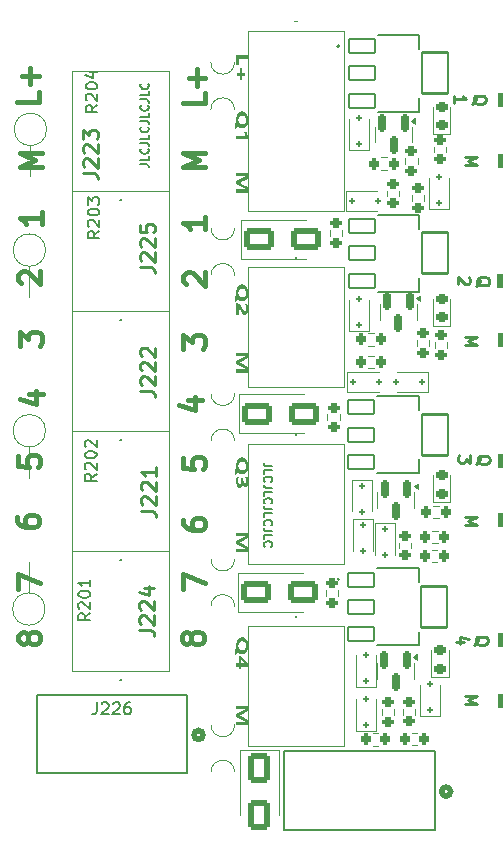
<source format=gbr>
%TF.GenerationSoftware,KiCad,Pcbnew,7.0.11*%
%TF.CreationDate,2024-11-09T10:58:47-05:00*%
%TF.ProjectId,14.1.4 - PMOS - PLC Connector Combined,31342e31-2e34-4202-9d20-504d4f53202d,rev?*%
%TF.SameCoordinates,Original*%
%TF.FileFunction,Legend,Top*%
%TF.FilePolarity,Positive*%
%FSLAX46Y46*%
G04 Gerber Fmt 4.6, Leading zero omitted, Abs format (unit mm)*
G04 Created by KiCad (PCBNEW 7.0.11) date 2024-11-09 10:58:47*
%MOMM*%
%LPD*%
G01*
G04 APERTURE LIST*
G04 Aperture macros list*
%AMRoundRect*
0 Rectangle with rounded corners*
0 $1 Rounding radius*
0 $2 $3 $4 $5 $6 $7 $8 $9 X,Y pos of 4 corners*
0 Add a 4 corners polygon primitive as box body*
4,1,4,$2,$3,$4,$5,$6,$7,$8,$9,$2,$3,0*
0 Add four circle primitives for the rounded corners*
1,1,$1+$1,$2,$3*
1,1,$1+$1,$4,$5*
1,1,$1+$1,$6,$7*
1,1,$1+$1,$8,$9*
0 Add four rect primitives between the rounded corners*
20,1,$1+$1,$2,$3,$4,$5,0*
20,1,$1+$1,$4,$5,$6,$7,0*
20,1,$1+$1,$6,$7,$8,$9,0*
20,1,$1+$1,$8,$9,$2,$3,0*%
G04 Aperture macros list end*
%ADD10C,0.457200*%
%ADD11C,0.254000*%
%ADD12C,0.177800*%
%ADD13C,0.250000*%
%ADD14C,0.150000*%
%ADD15C,0.120000*%
%ADD16C,0.100000*%
%ADD17C,0.200000*%
%ADD18C,0.152400*%
%ADD19C,0.508000*%
%ADD20RoundRect,0.200000X-0.275000X0.200000X-0.275000X-0.200000X0.275000X-0.200000X0.275000X0.200000X0*%
%ADD21RoundRect,0.125000X0.125000X-0.125000X0.125000X0.125000X-0.125000X0.125000X-0.125000X-0.125000X0*%
%ADD22R,1.950000X1.950000*%
%ADD23C,1.950000*%
%ADD24RoundRect,0.572500X-3.045750X-0.572500X3.045750X-0.572500X3.045750X0.572500X-3.045750X0.572500X0*%
%ADD25C,0.500000*%
%ADD26RoundRect,0.200000X0.275000X-0.200000X0.275000X0.200000X-0.275000X0.200000X-0.275000X-0.200000X0*%
%ADD27RoundRect,0.218750X0.256250X-0.218750X0.256250X0.218750X-0.256250X0.218750X-0.256250X-0.218750X0*%
%ADD28RoundRect,0.125000X-0.125000X0.125000X-0.125000X-0.125000X0.125000X-0.125000X0.125000X0.125000X0*%
%ADD29RoundRect,0.102000X-1.100000X-0.600000X1.100000X-0.600000X1.100000X0.600000X-1.100000X0.600000X0*%
%ADD30RoundRect,0.102000X-1.100000X-1.750000X1.100000X-1.750000X1.100000X1.750000X-1.100000X1.750000X0*%
%ADD31RoundRect,0.200000X0.200000X0.275000X-0.200000X0.275000X-0.200000X-0.275000X0.200000X-0.275000X0*%
%ADD32RoundRect,0.250000X-0.650000X1.000000X-0.650000X-1.000000X0.650000X-1.000000X0.650000X1.000000X0*%
%ADD33RoundRect,0.150000X-0.150000X0.587500X-0.150000X-0.587500X0.150000X-0.587500X0.150000X0.587500X0*%
%ADD34RoundRect,0.200000X-0.200000X-0.275000X0.200000X-0.275000X0.200000X0.275000X-0.200000X0.275000X0*%
%ADD35RoundRect,0.250000X-1.000000X-0.650000X1.000000X-0.650000X1.000000X0.650000X-1.000000X0.650000X0*%
%ADD36RoundRect,0.125000X-0.125000X-0.125000X0.125000X-0.125000X0.125000X0.125000X-0.125000X0.125000X0*%
%ADD37C,1.600000*%
%ADD38O,1.600000X1.600000*%
%ADD39C,1.498600*%
%ADD40RoundRect,0.125000X0.125000X0.125000X-0.125000X0.125000X-0.125000X-0.125000X0.125000X-0.125000X0*%
G04 APERTURE END LIST*
D10*
X83998864Y-102452795D02*
X83998864Y-103323652D01*
X83998864Y-103323652D02*
X84869721Y-103410738D01*
X84869721Y-103410738D02*
X84782636Y-103323652D01*
X84782636Y-103323652D02*
X84695550Y-103149481D01*
X84695550Y-103149481D02*
X84695550Y-102714052D01*
X84695550Y-102714052D02*
X84782636Y-102539881D01*
X84782636Y-102539881D02*
X84869721Y-102452795D01*
X84869721Y-102452795D02*
X85043893Y-102365709D01*
X85043893Y-102365709D02*
X85479321Y-102365709D01*
X85479321Y-102365709D02*
X85653493Y-102452795D01*
X85653493Y-102452795D02*
X85740579Y-102539881D01*
X85740579Y-102539881D02*
X85827664Y-102714052D01*
X85827664Y-102714052D02*
X85827664Y-103149481D01*
X85827664Y-103149481D02*
X85740579Y-103323652D01*
X85740579Y-103323652D02*
X85653493Y-103410738D01*
X84782636Y-118048395D02*
X84695550Y-118222566D01*
X84695550Y-118222566D02*
X84608464Y-118309652D01*
X84608464Y-118309652D02*
X84434293Y-118396738D01*
X84434293Y-118396738D02*
X84347207Y-118396738D01*
X84347207Y-118396738D02*
X84173036Y-118309652D01*
X84173036Y-118309652D02*
X84085950Y-118222566D01*
X84085950Y-118222566D02*
X83998864Y-118048395D01*
X83998864Y-118048395D02*
X83998864Y-117700052D01*
X83998864Y-117700052D02*
X84085950Y-117525881D01*
X84085950Y-117525881D02*
X84173036Y-117438795D01*
X84173036Y-117438795D02*
X84347207Y-117351709D01*
X84347207Y-117351709D02*
X84434293Y-117351709D01*
X84434293Y-117351709D02*
X84608464Y-117438795D01*
X84608464Y-117438795D02*
X84695550Y-117525881D01*
X84695550Y-117525881D02*
X84782636Y-117700052D01*
X84782636Y-117700052D02*
X84782636Y-118048395D01*
X84782636Y-118048395D02*
X84869721Y-118222566D01*
X84869721Y-118222566D02*
X84956807Y-118309652D01*
X84956807Y-118309652D02*
X85130979Y-118396738D01*
X85130979Y-118396738D02*
X85479321Y-118396738D01*
X85479321Y-118396738D02*
X85653493Y-118309652D01*
X85653493Y-118309652D02*
X85740579Y-118222566D01*
X85740579Y-118222566D02*
X85827664Y-118048395D01*
X85827664Y-118048395D02*
X85827664Y-117700052D01*
X85827664Y-117700052D02*
X85740579Y-117525881D01*
X85740579Y-117525881D02*
X85653493Y-117438795D01*
X85653493Y-117438795D02*
X85479321Y-117351709D01*
X85479321Y-117351709D02*
X85130979Y-117351709D01*
X85130979Y-117351709D02*
X84956807Y-117438795D01*
X84956807Y-117438795D02*
X84869721Y-117525881D01*
X84869721Y-117525881D02*
X84782636Y-117700052D01*
D11*
X121797547Y-122789009D02*
X122813547Y-122789009D01*
X122813547Y-122789009D02*
X122087832Y-123127676D01*
X122087832Y-123127676D02*
X122813547Y-123466343D01*
X122813547Y-123466343D02*
X121797547Y-123466343D01*
D10*
X98143036Y-87916738D02*
X98055950Y-87829652D01*
X98055950Y-87829652D02*
X97968864Y-87655481D01*
X97968864Y-87655481D02*
X97968864Y-87220052D01*
X97968864Y-87220052D02*
X98055950Y-87045881D01*
X98055950Y-87045881D02*
X98143036Y-86958795D01*
X98143036Y-86958795D02*
X98317207Y-86871709D01*
X98317207Y-86871709D02*
X98491379Y-86871709D01*
X98491379Y-86871709D02*
X98752636Y-86958795D01*
X98752636Y-86958795D02*
X99797664Y-88003823D01*
X99797664Y-88003823D02*
X99797664Y-86871709D01*
X85700664Y-71577281D02*
X85700664Y-72448138D01*
X85700664Y-72448138D02*
X83871864Y-72448138D01*
X85003979Y-70967681D02*
X85003979Y-69574310D01*
X85700664Y-70270995D02*
X84307293Y-70270995D01*
X84862464Y-97205881D02*
X86081664Y-97205881D01*
X84165779Y-97641309D02*
X85472064Y-98076738D01*
X85472064Y-98076738D02*
X85472064Y-96944623D01*
D11*
X122606545Y-118456343D02*
X122654926Y-118359581D01*
X122654926Y-118359581D02*
X122751688Y-118262819D01*
X122751688Y-118262819D02*
X122896830Y-118117676D01*
X122896830Y-118117676D02*
X122945211Y-118020914D01*
X122945211Y-118020914D02*
X122945211Y-117924152D01*
X122703307Y-117972533D02*
X122751688Y-117875771D01*
X122751688Y-117875771D02*
X122848449Y-117779009D01*
X122848449Y-117779009D02*
X123041973Y-117730628D01*
X123041973Y-117730628D02*
X123380640Y-117730628D01*
X123380640Y-117730628D02*
X123574164Y-117779009D01*
X123574164Y-117779009D02*
X123670926Y-117875771D01*
X123670926Y-117875771D02*
X123719307Y-117972533D01*
X123719307Y-117972533D02*
X123719307Y-118166057D01*
X123719307Y-118166057D02*
X123670926Y-118262819D01*
X123670926Y-118262819D02*
X123574164Y-118359581D01*
X123574164Y-118359581D02*
X123380640Y-118407962D01*
X123380640Y-118407962D02*
X123041973Y-118407962D01*
X123041973Y-118407962D02*
X122848449Y-118359581D01*
X122848449Y-118359581D02*
X122751688Y-118262819D01*
X122751688Y-118262819D02*
X122703307Y-118166057D01*
X122703307Y-118166057D02*
X122703307Y-117972533D01*
X121744880Y-118214438D02*
X121067547Y-118214438D01*
X122131928Y-117972533D02*
X121406213Y-117730628D01*
X121406213Y-117730628D02*
X121406213Y-118359581D01*
D10*
X97968864Y-113657823D02*
X97968864Y-112438623D01*
X97968864Y-112438623D02*
X99797664Y-113222395D01*
X85954664Y-77970823D02*
X84125864Y-77970823D01*
X84125864Y-77970823D02*
X85432150Y-77361223D01*
X85432150Y-77361223D02*
X84125864Y-76751623D01*
X84125864Y-76751623D02*
X85954664Y-76751623D01*
X84125864Y-93083823D02*
X84125864Y-91951709D01*
X84125864Y-91951709D02*
X84822550Y-92561309D01*
X84822550Y-92561309D02*
X84822550Y-92300052D01*
X84822550Y-92300052D02*
X84909636Y-92125881D01*
X84909636Y-92125881D02*
X84996721Y-92038795D01*
X84996721Y-92038795D02*
X85170893Y-91951709D01*
X85170893Y-91951709D02*
X85606321Y-91951709D01*
X85606321Y-91951709D02*
X85780493Y-92038795D01*
X85780493Y-92038795D02*
X85867579Y-92125881D01*
X85867579Y-92125881D02*
X85954664Y-92300052D01*
X85954664Y-92300052D02*
X85954664Y-92822566D01*
X85954664Y-92822566D02*
X85867579Y-92996738D01*
X85867579Y-92996738D02*
X85780493Y-93083823D01*
D11*
X121797547Y-92339009D02*
X122813547Y-92339009D01*
X122813547Y-92339009D02*
X122087832Y-92677676D01*
X122087832Y-92677676D02*
X122813547Y-93016343D01*
X122813547Y-93016343D02*
X121797547Y-93016343D01*
D12*
X94319818Y-77725290D02*
X94827818Y-77725290D01*
X94827818Y-77725290D02*
X94929418Y-77759157D01*
X94929418Y-77759157D02*
X94997152Y-77826890D01*
X94997152Y-77826890D02*
X95031018Y-77928490D01*
X95031018Y-77928490D02*
X95031018Y-77996224D01*
X95031018Y-77047957D02*
X95031018Y-77386623D01*
X95031018Y-77386623D02*
X94319818Y-77386623D01*
X94963285Y-76404490D02*
X94997152Y-76438357D01*
X94997152Y-76438357D02*
X95031018Y-76539957D01*
X95031018Y-76539957D02*
X95031018Y-76607690D01*
X95031018Y-76607690D02*
X94997152Y-76709290D01*
X94997152Y-76709290D02*
X94929418Y-76777024D01*
X94929418Y-76777024D02*
X94861685Y-76810890D01*
X94861685Y-76810890D02*
X94726218Y-76844757D01*
X94726218Y-76844757D02*
X94624618Y-76844757D01*
X94624618Y-76844757D02*
X94489152Y-76810890D01*
X94489152Y-76810890D02*
X94421418Y-76777024D01*
X94421418Y-76777024D02*
X94353685Y-76709290D01*
X94353685Y-76709290D02*
X94319818Y-76607690D01*
X94319818Y-76607690D02*
X94319818Y-76539957D01*
X94319818Y-76539957D02*
X94353685Y-76438357D01*
X94353685Y-76438357D02*
X94387552Y-76404490D01*
X94319818Y-75896490D02*
X94827818Y-75896490D01*
X94827818Y-75896490D02*
X94929418Y-75930357D01*
X94929418Y-75930357D02*
X94997152Y-75998090D01*
X94997152Y-75998090D02*
X95031018Y-76099690D01*
X95031018Y-76099690D02*
X95031018Y-76167424D01*
X95031018Y-75219157D02*
X95031018Y-75557823D01*
X95031018Y-75557823D02*
X94319818Y-75557823D01*
X94963285Y-74575690D02*
X94997152Y-74609557D01*
X94997152Y-74609557D02*
X95031018Y-74711157D01*
X95031018Y-74711157D02*
X95031018Y-74778890D01*
X95031018Y-74778890D02*
X94997152Y-74880490D01*
X94997152Y-74880490D02*
X94929418Y-74948224D01*
X94929418Y-74948224D02*
X94861685Y-74982090D01*
X94861685Y-74982090D02*
X94726218Y-75015957D01*
X94726218Y-75015957D02*
X94624618Y-75015957D01*
X94624618Y-75015957D02*
X94489152Y-74982090D01*
X94489152Y-74982090D02*
X94421418Y-74948224D01*
X94421418Y-74948224D02*
X94353685Y-74880490D01*
X94353685Y-74880490D02*
X94319818Y-74778890D01*
X94319818Y-74778890D02*
X94319818Y-74711157D01*
X94319818Y-74711157D02*
X94353685Y-74609557D01*
X94353685Y-74609557D02*
X94387552Y-74575690D01*
X94319818Y-74067690D02*
X94827818Y-74067690D01*
X94827818Y-74067690D02*
X94929418Y-74101557D01*
X94929418Y-74101557D02*
X94997152Y-74169290D01*
X94997152Y-74169290D02*
X95031018Y-74270890D01*
X95031018Y-74270890D02*
X95031018Y-74338624D01*
X95031018Y-73390357D02*
X95031018Y-73729023D01*
X95031018Y-73729023D02*
X94319818Y-73729023D01*
X94963285Y-72746890D02*
X94997152Y-72780757D01*
X94997152Y-72780757D02*
X95031018Y-72882357D01*
X95031018Y-72882357D02*
X95031018Y-72950090D01*
X95031018Y-72950090D02*
X94997152Y-73051690D01*
X94997152Y-73051690D02*
X94929418Y-73119424D01*
X94929418Y-73119424D02*
X94861685Y-73153290D01*
X94861685Y-73153290D02*
X94726218Y-73187157D01*
X94726218Y-73187157D02*
X94624618Y-73187157D01*
X94624618Y-73187157D02*
X94489152Y-73153290D01*
X94489152Y-73153290D02*
X94421418Y-73119424D01*
X94421418Y-73119424D02*
X94353685Y-73051690D01*
X94353685Y-73051690D02*
X94319818Y-72950090D01*
X94319818Y-72950090D02*
X94319818Y-72882357D01*
X94319818Y-72882357D02*
X94353685Y-72780757D01*
X94353685Y-72780757D02*
X94387552Y-72746890D01*
X94319818Y-72238890D02*
X94827818Y-72238890D01*
X94827818Y-72238890D02*
X94929418Y-72272757D01*
X94929418Y-72272757D02*
X94997152Y-72340490D01*
X94997152Y-72340490D02*
X95031018Y-72442090D01*
X95031018Y-72442090D02*
X95031018Y-72509824D01*
X95031018Y-71561557D02*
X95031018Y-71900223D01*
X95031018Y-71900223D02*
X94319818Y-71900223D01*
X94963285Y-70918090D02*
X94997152Y-70951957D01*
X94997152Y-70951957D02*
X95031018Y-71053557D01*
X95031018Y-71053557D02*
X95031018Y-71121290D01*
X95031018Y-71121290D02*
X94997152Y-71222890D01*
X94997152Y-71222890D02*
X94929418Y-71290624D01*
X94929418Y-71290624D02*
X94861685Y-71324490D01*
X94861685Y-71324490D02*
X94726218Y-71358357D01*
X94726218Y-71358357D02*
X94624618Y-71358357D01*
X94624618Y-71358357D02*
X94489152Y-71324490D01*
X94489152Y-71324490D02*
X94421418Y-71290624D01*
X94421418Y-71290624D02*
X94353685Y-71222890D01*
X94353685Y-71222890D02*
X94319818Y-71121290D01*
X94319818Y-71121290D02*
X94319818Y-71053557D01*
X94319818Y-71053557D02*
X94353685Y-70951957D01*
X94353685Y-70951957D02*
X94387552Y-70918090D01*
D11*
X121797547Y-77109009D02*
X122813547Y-77109009D01*
X122813547Y-77109009D02*
X122087832Y-77447676D01*
X122087832Y-77447676D02*
X122813547Y-77786343D01*
X122813547Y-77786343D02*
X121797547Y-77786343D01*
X122746545Y-88036343D02*
X122794926Y-87939581D01*
X122794926Y-87939581D02*
X122891688Y-87842819D01*
X122891688Y-87842819D02*
X123036830Y-87697676D01*
X123036830Y-87697676D02*
X123085211Y-87600914D01*
X123085211Y-87600914D02*
X123085211Y-87504152D01*
X122843307Y-87552533D02*
X122891688Y-87455771D01*
X122891688Y-87455771D02*
X122988449Y-87359009D01*
X122988449Y-87359009D02*
X123181973Y-87310628D01*
X123181973Y-87310628D02*
X123520640Y-87310628D01*
X123520640Y-87310628D02*
X123714164Y-87359009D01*
X123714164Y-87359009D02*
X123810926Y-87455771D01*
X123810926Y-87455771D02*
X123859307Y-87552533D01*
X123859307Y-87552533D02*
X123859307Y-87746057D01*
X123859307Y-87746057D02*
X123810926Y-87842819D01*
X123810926Y-87842819D02*
X123714164Y-87939581D01*
X123714164Y-87939581D02*
X123520640Y-87987962D01*
X123520640Y-87987962D02*
X123181973Y-87987962D01*
X123181973Y-87987962D02*
X122988449Y-87939581D01*
X122988449Y-87939581D02*
X122891688Y-87842819D01*
X122891688Y-87842819D02*
X122843307Y-87746057D01*
X122843307Y-87746057D02*
X122843307Y-87552533D01*
X122126785Y-87310628D02*
X122175166Y-87359009D01*
X122175166Y-87359009D02*
X122223547Y-87455771D01*
X122223547Y-87455771D02*
X122223547Y-87697676D01*
X122223547Y-87697676D02*
X122175166Y-87794438D01*
X122175166Y-87794438D02*
X122126785Y-87842819D01*
X122126785Y-87842819D02*
X122030023Y-87891200D01*
X122030023Y-87891200D02*
X121933261Y-87891200D01*
X121933261Y-87891200D02*
X121788118Y-87842819D01*
X121788118Y-87842819D02*
X121207547Y-87262247D01*
X121207547Y-87262247D02*
X121207547Y-87891200D01*
D10*
X83871864Y-107619881D02*
X83871864Y-107968223D01*
X83871864Y-107968223D02*
X83958950Y-108142395D01*
X83958950Y-108142395D02*
X84046036Y-108229481D01*
X84046036Y-108229481D02*
X84307293Y-108403652D01*
X84307293Y-108403652D02*
X84655636Y-108490738D01*
X84655636Y-108490738D02*
X85352321Y-108490738D01*
X85352321Y-108490738D02*
X85526493Y-108403652D01*
X85526493Y-108403652D02*
X85613579Y-108316566D01*
X85613579Y-108316566D02*
X85700664Y-108142395D01*
X85700664Y-108142395D02*
X85700664Y-107794052D01*
X85700664Y-107794052D02*
X85613579Y-107619881D01*
X85613579Y-107619881D02*
X85526493Y-107532795D01*
X85526493Y-107532795D02*
X85352321Y-107445709D01*
X85352321Y-107445709D02*
X84916893Y-107445709D01*
X84916893Y-107445709D02*
X84742721Y-107532795D01*
X84742721Y-107532795D02*
X84655636Y-107619881D01*
X84655636Y-107619881D02*
X84568550Y-107794052D01*
X84568550Y-107794052D02*
X84568550Y-108142395D01*
X84568550Y-108142395D02*
X84655636Y-108316566D01*
X84655636Y-108316566D02*
X84742721Y-108403652D01*
X84742721Y-108403652D02*
X84916893Y-108490738D01*
D11*
X122776545Y-103156343D02*
X122824926Y-103059581D01*
X122824926Y-103059581D02*
X122921688Y-102962819D01*
X122921688Y-102962819D02*
X123066830Y-102817676D01*
X123066830Y-102817676D02*
X123115211Y-102720914D01*
X123115211Y-102720914D02*
X123115211Y-102624152D01*
X122873307Y-102672533D02*
X122921688Y-102575771D01*
X122921688Y-102575771D02*
X123018449Y-102479009D01*
X123018449Y-102479009D02*
X123211973Y-102430628D01*
X123211973Y-102430628D02*
X123550640Y-102430628D01*
X123550640Y-102430628D02*
X123744164Y-102479009D01*
X123744164Y-102479009D02*
X123840926Y-102575771D01*
X123840926Y-102575771D02*
X123889307Y-102672533D01*
X123889307Y-102672533D02*
X123889307Y-102866057D01*
X123889307Y-102866057D02*
X123840926Y-102962819D01*
X123840926Y-102962819D02*
X123744164Y-103059581D01*
X123744164Y-103059581D02*
X123550640Y-103107962D01*
X123550640Y-103107962D02*
X123211973Y-103107962D01*
X123211973Y-103107962D02*
X123018449Y-103059581D01*
X123018449Y-103059581D02*
X122921688Y-102962819D01*
X122921688Y-102962819D02*
X122873307Y-102866057D01*
X122873307Y-102866057D02*
X122873307Y-102672533D01*
X122253547Y-102382247D02*
X122253547Y-103011200D01*
X122253547Y-103011200D02*
X121866499Y-102672533D01*
X121866499Y-102672533D02*
X121866499Y-102817676D01*
X121866499Y-102817676D02*
X121818118Y-102914438D01*
X121818118Y-102914438D02*
X121769737Y-102962819D01*
X121769737Y-102962819D02*
X121672975Y-103011200D01*
X121672975Y-103011200D02*
X121431070Y-103011200D01*
X121431070Y-103011200D02*
X121334308Y-102962819D01*
X121334308Y-102962819D02*
X121285928Y-102914438D01*
X121285928Y-102914438D02*
X121237547Y-102817676D01*
X121237547Y-102817676D02*
X121237547Y-102527390D01*
X121237547Y-102527390D02*
X121285928Y-102430628D01*
X121285928Y-102430628D02*
X121334308Y-102382247D01*
X122436545Y-72656343D02*
X122484926Y-72559581D01*
X122484926Y-72559581D02*
X122581688Y-72462819D01*
X122581688Y-72462819D02*
X122726830Y-72317676D01*
X122726830Y-72317676D02*
X122775211Y-72220914D01*
X122775211Y-72220914D02*
X122775211Y-72124152D01*
X122533307Y-72172533D02*
X122581688Y-72075771D01*
X122581688Y-72075771D02*
X122678449Y-71979009D01*
X122678449Y-71979009D02*
X122871973Y-71930628D01*
X122871973Y-71930628D02*
X123210640Y-71930628D01*
X123210640Y-71930628D02*
X123404164Y-71979009D01*
X123404164Y-71979009D02*
X123500926Y-72075771D01*
X123500926Y-72075771D02*
X123549307Y-72172533D01*
X123549307Y-72172533D02*
X123549307Y-72366057D01*
X123549307Y-72366057D02*
X123500926Y-72462819D01*
X123500926Y-72462819D02*
X123404164Y-72559581D01*
X123404164Y-72559581D02*
X123210640Y-72607962D01*
X123210640Y-72607962D02*
X122871973Y-72607962D01*
X122871973Y-72607962D02*
X122678449Y-72559581D01*
X122678449Y-72559581D02*
X122581688Y-72462819D01*
X122581688Y-72462819D02*
X122533307Y-72366057D01*
X122533307Y-72366057D02*
X122533307Y-72172533D01*
X120897547Y-72511200D02*
X120897547Y-71930628D01*
X120897547Y-72220914D02*
X121913547Y-72220914D01*
X121913547Y-72220914D02*
X121768404Y-72124152D01*
X121768404Y-72124152D02*
X121671642Y-72027390D01*
X121671642Y-72027390D02*
X121623261Y-71930628D01*
D10*
X84173036Y-87789738D02*
X84085950Y-87702652D01*
X84085950Y-87702652D02*
X83998864Y-87528481D01*
X83998864Y-87528481D02*
X83998864Y-87093052D01*
X83998864Y-87093052D02*
X84085950Y-86918881D01*
X84085950Y-86918881D02*
X84173036Y-86831795D01*
X84173036Y-86831795D02*
X84347207Y-86744709D01*
X84347207Y-86744709D02*
X84521379Y-86744709D01*
X84521379Y-86744709D02*
X84782636Y-86831795D01*
X84782636Y-86831795D02*
X85827664Y-87876823D01*
X85827664Y-87876823D02*
X85827664Y-86744709D01*
D12*
X105471431Y-103294933D02*
X104963431Y-103294933D01*
X104963431Y-103294933D02*
X104861831Y-103261066D01*
X104861831Y-103261066D02*
X104794098Y-103193333D01*
X104794098Y-103193333D02*
X104760231Y-103091733D01*
X104760231Y-103091733D02*
X104760231Y-103024000D01*
X104760231Y-103972267D02*
X104760231Y-103633600D01*
X104760231Y-103633600D02*
X105471431Y-103633600D01*
X104827964Y-104615733D02*
X104794098Y-104581866D01*
X104794098Y-104581866D02*
X104760231Y-104480266D01*
X104760231Y-104480266D02*
X104760231Y-104412533D01*
X104760231Y-104412533D02*
X104794098Y-104310933D01*
X104794098Y-104310933D02*
X104861831Y-104243200D01*
X104861831Y-104243200D02*
X104929564Y-104209333D01*
X104929564Y-104209333D02*
X105065031Y-104175466D01*
X105065031Y-104175466D02*
X105166631Y-104175466D01*
X105166631Y-104175466D02*
X105302098Y-104209333D01*
X105302098Y-104209333D02*
X105369831Y-104243200D01*
X105369831Y-104243200D02*
X105437564Y-104310933D01*
X105437564Y-104310933D02*
X105471431Y-104412533D01*
X105471431Y-104412533D02*
X105471431Y-104480266D01*
X105471431Y-104480266D02*
X105437564Y-104581866D01*
X105437564Y-104581866D02*
X105403698Y-104615733D01*
X105471431Y-105123733D02*
X104963431Y-105123733D01*
X104963431Y-105123733D02*
X104861831Y-105089866D01*
X104861831Y-105089866D02*
X104794098Y-105022133D01*
X104794098Y-105022133D02*
X104760231Y-104920533D01*
X104760231Y-104920533D02*
X104760231Y-104852800D01*
X104760231Y-105801067D02*
X104760231Y-105462400D01*
X104760231Y-105462400D02*
X105471431Y-105462400D01*
X104827964Y-106444533D02*
X104794098Y-106410666D01*
X104794098Y-106410666D02*
X104760231Y-106309066D01*
X104760231Y-106309066D02*
X104760231Y-106241333D01*
X104760231Y-106241333D02*
X104794098Y-106139733D01*
X104794098Y-106139733D02*
X104861831Y-106072000D01*
X104861831Y-106072000D02*
X104929564Y-106038133D01*
X104929564Y-106038133D02*
X105065031Y-106004266D01*
X105065031Y-106004266D02*
X105166631Y-106004266D01*
X105166631Y-106004266D02*
X105302098Y-106038133D01*
X105302098Y-106038133D02*
X105369831Y-106072000D01*
X105369831Y-106072000D02*
X105437564Y-106139733D01*
X105437564Y-106139733D02*
X105471431Y-106241333D01*
X105471431Y-106241333D02*
X105471431Y-106309066D01*
X105471431Y-106309066D02*
X105437564Y-106410666D01*
X105437564Y-106410666D02*
X105403698Y-106444533D01*
X105471431Y-106952533D02*
X104963431Y-106952533D01*
X104963431Y-106952533D02*
X104861831Y-106918666D01*
X104861831Y-106918666D02*
X104794098Y-106850933D01*
X104794098Y-106850933D02*
X104760231Y-106749333D01*
X104760231Y-106749333D02*
X104760231Y-106681600D01*
X104760231Y-107629867D02*
X104760231Y-107291200D01*
X104760231Y-107291200D02*
X105471431Y-107291200D01*
X104827964Y-108273333D02*
X104794098Y-108239466D01*
X104794098Y-108239466D02*
X104760231Y-108137866D01*
X104760231Y-108137866D02*
X104760231Y-108070133D01*
X104760231Y-108070133D02*
X104794098Y-107968533D01*
X104794098Y-107968533D02*
X104861831Y-107900800D01*
X104861831Y-107900800D02*
X104929564Y-107866933D01*
X104929564Y-107866933D02*
X105065031Y-107833066D01*
X105065031Y-107833066D02*
X105166631Y-107833066D01*
X105166631Y-107833066D02*
X105302098Y-107866933D01*
X105302098Y-107866933D02*
X105369831Y-107900800D01*
X105369831Y-107900800D02*
X105437564Y-107968533D01*
X105437564Y-107968533D02*
X105471431Y-108070133D01*
X105471431Y-108070133D02*
X105471431Y-108137866D01*
X105471431Y-108137866D02*
X105437564Y-108239466D01*
X105437564Y-108239466D02*
X105403698Y-108273333D01*
X105471431Y-108781333D02*
X104963431Y-108781333D01*
X104963431Y-108781333D02*
X104861831Y-108747466D01*
X104861831Y-108747466D02*
X104794098Y-108679733D01*
X104794098Y-108679733D02*
X104760231Y-108578133D01*
X104760231Y-108578133D02*
X104760231Y-108510400D01*
X104760231Y-109458667D02*
X104760231Y-109120000D01*
X104760231Y-109120000D02*
X105471431Y-109120000D01*
X104827964Y-110102133D02*
X104794098Y-110068266D01*
X104794098Y-110068266D02*
X104760231Y-109966666D01*
X104760231Y-109966666D02*
X104760231Y-109898933D01*
X104760231Y-109898933D02*
X104794098Y-109797333D01*
X104794098Y-109797333D02*
X104861831Y-109729600D01*
X104861831Y-109729600D02*
X104929564Y-109695733D01*
X104929564Y-109695733D02*
X105065031Y-109661866D01*
X105065031Y-109661866D02*
X105166631Y-109661866D01*
X105166631Y-109661866D02*
X105302098Y-109695733D01*
X105302098Y-109695733D02*
X105369831Y-109729600D01*
X105369831Y-109729600D02*
X105437564Y-109797333D01*
X105437564Y-109797333D02*
X105471431Y-109898933D01*
X105471431Y-109898933D02*
X105471431Y-109966666D01*
X105471431Y-109966666D02*
X105437564Y-110068266D01*
X105437564Y-110068266D02*
X105403698Y-110102133D01*
D10*
X97968864Y-93337823D02*
X97968864Y-92205709D01*
X97968864Y-92205709D02*
X98665550Y-92815309D01*
X98665550Y-92815309D02*
X98665550Y-92554052D01*
X98665550Y-92554052D02*
X98752636Y-92379881D01*
X98752636Y-92379881D02*
X98839721Y-92292795D01*
X98839721Y-92292795D02*
X99013893Y-92205709D01*
X99013893Y-92205709D02*
X99449321Y-92205709D01*
X99449321Y-92205709D02*
X99623493Y-92292795D01*
X99623493Y-92292795D02*
X99710579Y-92379881D01*
X99710579Y-92379881D02*
X99797664Y-92554052D01*
X99797664Y-92554052D02*
X99797664Y-93076566D01*
X99797664Y-93076566D02*
X99710579Y-93250738D01*
X99710579Y-93250738D02*
X99623493Y-93337823D01*
X97968864Y-102579795D02*
X97968864Y-103450652D01*
X97968864Y-103450652D02*
X98839721Y-103537738D01*
X98839721Y-103537738D02*
X98752636Y-103450652D01*
X98752636Y-103450652D02*
X98665550Y-103276481D01*
X98665550Y-103276481D02*
X98665550Y-102841052D01*
X98665550Y-102841052D02*
X98752636Y-102666881D01*
X98752636Y-102666881D02*
X98839721Y-102579795D01*
X98839721Y-102579795D02*
X99013893Y-102492709D01*
X99013893Y-102492709D02*
X99449321Y-102492709D01*
X99449321Y-102492709D02*
X99623493Y-102579795D01*
X99623493Y-102579795D02*
X99710579Y-102666881D01*
X99710579Y-102666881D02*
X99797664Y-102841052D01*
X99797664Y-102841052D02*
X99797664Y-103276481D01*
X99797664Y-103276481D02*
X99710579Y-103450652D01*
X99710579Y-103450652D02*
X99623493Y-103537738D01*
D11*
X121797547Y-107589009D02*
X122813547Y-107589009D01*
X122813547Y-107589009D02*
X122087832Y-107927676D01*
X122087832Y-107927676D02*
X122813547Y-108266343D01*
X122813547Y-108266343D02*
X121797547Y-108266343D01*
D10*
X97968864Y-107873881D02*
X97968864Y-108222223D01*
X97968864Y-108222223D02*
X98055950Y-108396395D01*
X98055950Y-108396395D02*
X98143036Y-108483481D01*
X98143036Y-108483481D02*
X98404293Y-108657652D01*
X98404293Y-108657652D02*
X98752636Y-108744738D01*
X98752636Y-108744738D02*
X99449321Y-108744738D01*
X99449321Y-108744738D02*
X99623493Y-108657652D01*
X99623493Y-108657652D02*
X99710579Y-108570566D01*
X99710579Y-108570566D02*
X99797664Y-108396395D01*
X99797664Y-108396395D02*
X99797664Y-108048052D01*
X99797664Y-108048052D02*
X99710579Y-107873881D01*
X99710579Y-107873881D02*
X99623493Y-107786795D01*
X99623493Y-107786795D02*
X99449321Y-107699709D01*
X99449321Y-107699709D02*
X99013893Y-107699709D01*
X99013893Y-107699709D02*
X98839721Y-107786795D01*
X98839721Y-107786795D02*
X98752636Y-107873881D01*
X98752636Y-107873881D02*
X98665550Y-108048052D01*
X98665550Y-108048052D02*
X98665550Y-108396395D01*
X98665550Y-108396395D02*
X98752636Y-108570566D01*
X98752636Y-108570566D02*
X98839721Y-108657652D01*
X98839721Y-108657652D02*
X99013893Y-108744738D01*
X98324464Y-97713881D02*
X99543664Y-97713881D01*
X97627779Y-98149309D02*
X98934064Y-98584738D01*
X98934064Y-98584738D02*
X98934064Y-97452623D01*
X98625636Y-118048395D02*
X98538550Y-118222566D01*
X98538550Y-118222566D02*
X98451464Y-118309652D01*
X98451464Y-118309652D02*
X98277293Y-118396738D01*
X98277293Y-118396738D02*
X98190207Y-118396738D01*
X98190207Y-118396738D02*
X98016036Y-118309652D01*
X98016036Y-118309652D02*
X97928950Y-118222566D01*
X97928950Y-118222566D02*
X97841864Y-118048395D01*
X97841864Y-118048395D02*
X97841864Y-117700052D01*
X97841864Y-117700052D02*
X97928950Y-117525881D01*
X97928950Y-117525881D02*
X98016036Y-117438795D01*
X98016036Y-117438795D02*
X98190207Y-117351709D01*
X98190207Y-117351709D02*
X98277293Y-117351709D01*
X98277293Y-117351709D02*
X98451464Y-117438795D01*
X98451464Y-117438795D02*
X98538550Y-117525881D01*
X98538550Y-117525881D02*
X98625636Y-117700052D01*
X98625636Y-117700052D02*
X98625636Y-118048395D01*
X98625636Y-118048395D02*
X98712721Y-118222566D01*
X98712721Y-118222566D02*
X98799807Y-118309652D01*
X98799807Y-118309652D02*
X98973979Y-118396738D01*
X98973979Y-118396738D02*
X99322321Y-118396738D01*
X99322321Y-118396738D02*
X99496493Y-118309652D01*
X99496493Y-118309652D02*
X99583579Y-118222566D01*
X99583579Y-118222566D02*
X99670664Y-118048395D01*
X99670664Y-118048395D02*
X99670664Y-117700052D01*
X99670664Y-117700052D02*
X99583579Y-117525881D01*
X99583579Y-117525881D02*
X99496493Y-117438795D01*
X99496493Y-117438795D02*
X99322321Y-117351709D01*
X99322321Y-117351709D02*
X98973979Y-117351709D01*
X98973979Y-117351709D02*
X98799807Y-117438795D01*
X98799807Y-117438795D02*
X98712721Y-117525881D01*
X98712721Y-117525881D02*
X98625636Y-117700052D01*
X83998864Y-113657823D02*
X83998864Y-112438623D01*
X83998864Y-112438623D02*
X85827664Y-113222395D01*
X99797664Y-77994611D02*
X97968864Y-77994611D01*
X97968864Y-77994611D02*
X99275150Y-77385011D01*
X99275150Y-77385011D02*
X97968864Y-76775411D01*
X97968864Y-76775411D02*
X99797664Y-76775411D01*
X99797664Y-82172709D02*
X99797664Y-83217738D01*
X99797664Y-82695223D02*
X97968864Y-82695223D01*
X97968864Y-82695223D02*
X98230121Y-82869395D01*
X98230121Y-82869395D02*
X98404293Y-83043566D01*
X98404293Y-83043566D02*
X98491379Y-83217738D01*
X85954664Y-81791709D02*
X85954664Y-82836738D01*
X85954664Y-82314223D02*
X84125864Y-82314223D01*
X84125864Y-82314223D02*
X84387121Y-82488395D01*
X84387121Y-82488395D02*
X84561293Y-82662566D01*
X84561293Y-82662566D02*
X84648379Y-82836738D01*
D13*
G36*
X102450000Y-69358900D02*
G01*
X102450000Y-68478893D01*
X103434787Y-68478893D01*
X103434787Y-68811919D01*
X102637578Y-68811919D01*
X102637578Y-69358900D01*
X102450000Y-69358900D01*
G37*
G36*
X102778262Y-70631650D02*
G01*
X102778262Y-70234877D01*
X102512526Y-70234877D01*
X102512526Y-70026782D01*
X102778262Y-70026782D01*
X102778262Y-69627812D01*
X102918946Y-69627812D01*
X102918946Y-70026782D01*
X103184682Y-70026782D01*
X103184682Y-70234877D01*
X102918946Y-70234877D01*
X102918946Y-70631650D01*
X102778262Y-70631650D01*
G37*
G36*
X102944124Y-73259046D02*
G01*
X102958384Y-73259641D01*
X102972473Y-73260632D01*
X102986391Y-73262019D01*
X103000138Y-73263803D01*
X103013713Y-73265984D01*
X103027117Y-73268560D01*
X103040350Y-73271533D01*
X103053411Y-73274903D01*
X103066301Y-73278669D01*
X103079020Y-73282831D01*
X103091568Y-73287390D01*
X103103945Y-73292345D01*
X103116150Y-73297697D01*
X103128184Y-73303445D01*
X103140047Y-73309590D01*
X103151738Y-73316130D01*
X103163258Y-73323068D01*
X103174607Y-73330401D01*
X103185785Y-73338132D01*
X103196791Y-73346258D01*
X103207627Y-73354781D01*
X103218290Y-73363701D01*
X103228783Y-73373016D01*
X103239104Y-73382729D01*
X103249255Y-73392837D01*
X103259234Y-73403342D01*
X103269041Y-73414244D01*
X103278678Y-73425542D01*
X103288143Y-73437236D01*
X103297437Y-73449327D01*
X103306559Y-73461814D01*
X103315410Y-73474561D01*
X103323980Y-73487571D01*
X103332268Y-73500842D01*
X103340276Y-73514376D01*
X103348003Y-73528171D01*
X103355449Y-73542228D01*
X103362614Y-73556547D01*
X103369497Y-73571128D01*
X103376100Y-73585971D01*
X103382422Y-73601075D01*
X103388463Y-73616442D01*
X103394223Y-73632070D01*
X103399702Y-73647961D01*
X103404900Y-73664113D01*
X103409817Y-73680527D01*
X103414453Y-73697203D01*
X103418809Y-73714141D01*
X103422883Y-73731341D01*
X103426676Y-73748802D01*
X103430188Y-73766526D01*
X103433419Y-73784511D01*
X103436369Y-73802759D01*
X103439039Y-73821268D01*
X103441427Y-73840039D01*
X103443534Y-73859072D01*
X103445361Y-73878367D01*
X103446906Y-73897924D01*
X103448170Y-73917743D01*
X103449154Y-73937823D01*
X103449856Y-73958166D01*
X103450278Y-73978770D01*
X103450418Y-73999637D01*
X103450284Y-74019302D01*
X103449880Y-74038729D01*
X103449207Y-74057919D01*
X103448266Y-74076871D01*
X103447055Y-74095585D01*
X103445575Y-74114062D01*
X103443827Y-74132302D01*
X103441809Y-74150304D01*
X103439522Y-74168068D01*
X103436966Y-74185595D01*
X103434141Y-74202884D01*
X103431047Y-74219936D01*
X103427684Y-74236750D01*
X103424051Y-74253327D01*
X103420150Y-74269666D01*
X103415980Y-74285767D01*
X103411541Y-74301631D01*
X103406832Y-74317257D01*
X103401855Y-74332646D01*
X103396608Y-74347797D01*
X103391093Y-74362711D01*
X103385308Y-74377387D01*
X103379255Y-74391825D01*
X103372932Y-74406026D01*
X103366340Y-74419990D01*
X103359480Y-74433715D01*
X103352350Y-74447204D01*
X103344951Y-74460454D01*
X103337283Y-74473467D01*
X103329346Y-74486243D01*
X103321140Y-74498781D01*
X103312665Y-74511081D01*
X103304015Y-74523118D01*
X103295190Y-74534772D01*
X103286193Y-74546044D01*
X103277021Y-74556934D01*
X103267676Y-74567442D01*
X103258157Y-74577568D01*
X103248465Y-74587311D01*
X103238599Y-74596673D01*
X103228559Y-74605653D01*
X103218346Y-74614250D01*
X103207959Y-74622465D01*
X103197398Y-74630298D01*
X103186664Y-74637749D01*
X103175756Y-74644818D01*
X103164674Y-74651505D01*
X103153419Y-74657810D01*
X103141990Y-74663733D01*
X103130388Y-74669273D01*
X103118611Y-74674432D01*
X103106662Y-74679208D01*
X103094538Y-74683602D01*
X103082241Y-74687614D01*
X103069770Y-74691244D01*
X103057126Y-74694492D01*
X103044308Y-74697358D01*
X103031317Y-74699842D01*
X103018151Y-74701943D01*
X103004812Y-74703663D01*
X102991300Y-74705000D01*
X102977614Y-74705955D01*
X102963754Y-74706529D01*
X102949720Y-74706720D01*
X102935366Y-74706521D01*
X102921185Y-74705927D01*
X102907177Y-74704936D01*
X102893342Y-74703548D01*
X102879681Y-74701764D01*
X102866192Y-74699584D01*
X102852877Y-74697007D01*
X102839735Y-74694034D01*
X102826766Y-74690665D01*
X102813970Y-74686899D01*
X102801347Y-74682736D01*
X102788898Y-74678178D01*
X102776622Y-74673222D01*
X102764518Y-74667871D01*
X102752588Y-74662123D01*
X102740832Y-74655978D01*
X102729248Y-74649437D01*
X102717838Y-74642500D01*
X102706600Y-74635166D01*
X102695536Y-74627436D01*
X102684645Y-74619310D01*
X102673927Y-74610787D01*
X102663383Y-74601867D01*
X102653011Y-74592551D01*
X102642813Y-74582839D01*
X102632788Y-74572731D01*
X102622936Y-74562225D01*
X102613257Y-74551324D01*
X102603751Y-74540026D01*
X102594419Y-74528332D01*
X102585259Y-74516241D01*
X102576273Y-74503754D01*
X102569221Y-74493381D01*
X102566992Y-74490198D01*
X102560009Y-74479705D01*
X102558443Y-74477009D01*
X102324947Y-74850701D01*
X102324947Y-74385052D01*
X102451465Y-74189413D01*
X102448410Y-74171104D01*
X102445655Y-74152448D01*
X102443200Y-74133443D01*
X102441046Y-74114091D01*
X102439193Y-74094391D01*
X102437640Y-74074343D01*
X102436388Y-74053948D01*
X102435437Y-74033205D01*
X102434785Y-74012114D01*
X102434435Y-73990675D01*
X102434395Y-73982051D01*
X102621946Y-73982051D01*
X102622271Y-74003296D01*
X102623244Y-74023983D01*
X102624866Y-74044111D01*
X102627137Y-74063682D01*
X102630056Y-74082694D01*
X102633624Y-74101148D01*
X102637841Y-74119044D01*
X102642707Y-74136382D01*
X102648222Y-74153162D01*
X102654385Y-74169383D01*
X102661197Y-74185047D01*
X102668658Y-74200152D01*
X102676768Y-74214700D01*
X102685526Y-74228689D01*
X102694933Y-74242120D01*
X102704989Y-74254993D01*
X102715798Y-74267237D01*
X102727097Y-74278692D01*
X102738886Y-74289356D01*
X102751166Y-74299231D01*
X102763936Y-74308316D01*
X102777197Y-74316610D01*
X102790948Y-74324115D01*
X102805190Y-74330830D01*
X102819922Y-74336755D01*
X102835144Y-74341890D01*
X102850856Y-74346234D01*
X102867059Y-74349789D01*
X102883753Y-74352554D01*
X102900937Y-74354529D01*
X102918611Y-74355714D01*
X102936775Y-74356109D01*
X102955718Y-74355727D01*
X102974137Y-74354581D01*
X102992034Y-74352670D01*
X103009407Y-74349995D01*
X103026258Y-74346556D01*
X103042586Y-74342353D01*
X103058391Y-74337386D01*
X103073674Y-74331654D01*
X103088433Y-74325158D01*
X103102670Y-74317898D01*
X103116384Y-74309874D01*
X103129575Y-74301086D01*
X103142243Y-74291533D01*
X103154388Y-74281216D01*
X103166011Y-74270135D01*
X103177110Y-74258290D01*
X103187492Y-74245866D01*
X103197203Y-74232868D01*
X103206245Y-74219293D01*
X103214617Y-74205144D01*
X103222319Y-74190419D01*
X103229352Y-74175119D01*
X103235714Y-74159244D01*
X103241407Y-74142793D01*
X103246431Y-74125768D01*
X103250784Y-74108166D01*
X103254468Y-74089990D01*
X103257482Y-74071238D01*
X103259826Y-74051911D01*
X103261500Y-74032008D01*
X103262505Y-74011531D01*
X103262840Y-73990478D01*
X103262493Y-73968954D01*
X103261454Y-73947979D01*
X103259723Y-73927554D01*
X103257298Y-73907679D01*
X103254181Y-73888353D01*
X103250372Y-73869577D01*
X103245870Y-73851351D01*
X103240675Y-73833674D01*
X103234787Y-73816546D01*
X103228207Y-73799968D01*
X103220934Y-73783940D01*
X103212968Y-73768461D01*
X103204310Y-73753531D01*
X103194959Y-73739152D01*
X103184916Y-73725321D01*
X103174180Y-73712041D01*
X103162964Y-73699574D01*
X103151301Y-73687912D01*
X103139189Y-73677054D01*
X103126629Y-73667001D01*
X103113620Y-73657751D01*
X103100163Y-73649307D01*
X103086257Y-73641666D01*
X103071903Y-73634829D01*
X103057100Y-73628797D01*
X103041850Y-73623569D01*
X103026150Y-73619146D01*
X103010003Y-73615527D01*
X102993406Y-73612712D01*
X102976362Y-73610701D01*
X102958869Y-73609494D01*
X102940928Y-73609092D01*
X102922757Y-73609494D01*
X102905066Y-73610701D01*
X102887853Y-73612712D01*
X102871120Y-73615527D01*
X102854865Y-73619146D01*
X102839090Y-73623569D01*
X102823793Y-73628797D01*
X102808975Y-73634829D01*
X102794637Y-73641666D01*
X102780777Y-73649307D01*
X102767396Y-73657751D01*
X102754494Y-73667001D01*
X102742071Y-73677054D01*
X102730127Y-73687912D01*
X102718662Y-73699574D01*
X102707676Y-73712041D01*
X102697294Y-73725160D01*
X102687583Y-73738780D01*
X102678541Y-73752900D01*
X102670169Y-73767522D01*
X102662467Y-73782645D01*
X102655434Y-73798268D01*
X102649072Y-73814392D01*
X102643379Y-73831017D01*
X102638356Y-73848144D01*
X102634002Y-73865771D01*
X102630318Y-73883898D01*
X102627305Y-73902527D01*
X102624960Y-73921657D01*
X102623286Y-73941287D01*
X102622281Y-73961419D01*
X102621946Y-73982051D01*
X102434395Y-73982051D01*
X102434368Y-73976189D01*
X102434502Y-73956452D01*
X102434903Y-73936945D01*
X102435572Y-73917669D01*
X102436509Y-73898623D01*
X102437713Y-73879808D01*
X102439185Y-73861222D01*
X102440925Y-73842868D01*
X102442932Y-73824743D01*
X102445206Y-73806850D01*
X102447749Y-73789186D01*
X102450559Y-73771753D01*
X102453636Y-73754550D01*
X102456982Y-73737578D01*
X102460594Y-73720836D01*
X102464475Y-73704325D01*
X102468623Y-73688044D01*
X102473039Y-73671993D01*
X102477722Y-73656173D01*
X102482673Y-73640583D01*
X102487891Y-73625224D01*
X102493378Y-73610095D01*
X102499131Y-73595196D01*
X102505153Y-73580528D01*
X102511442Y-73566090D01*
X102517998Y-73551883D01*
X102524823Y-73537906D01*
X102531915Y-73524159D01*
X102539274Y-73510643D01*
X102546901Y-73497358D01*
X102554796Y-73484302D01*
X102562958Y-73471477D01*
X102571388Y-73458883D01*
X102580123Y-73446576D01*
X102589017Y-73434660D01*
X102598069Y-73423135D01*
X102607280Y-73412000D01*
X102616651Y-73401256D01*
X102626180Y-73390902D01*
X102635868Y-73380940D01*
X102645714Y-73371368D01*
X102655720Y-73362186D01*
X102665884Y-73353396D01*
X102676208Y-73344996D01*
X102686690Y-73336987D01*
X102697331Y-73329368D01*
X102708131Y-73322140D01*
X102719090Y-73315303D01*
X102730207Y-73308857D01*
X102741484Y-73302801D01*
X102752919Y-73297136D01*
X102764513Y-73291862D01*
X102776266Y-73286978D01*
X102788178Y-73282485D01*
X102800249Y-73278383D01*
X102812478Y-73274671D01*
X102824866Y-73271350D01*
X102837414Y-73268420D01*
X102850120Y-73265881D01*
X102862985Y-73263732D01*
X102876009Y-73261974D01*
X102889191Y-73260606D01*
X102902533Y-73259629D01*
X102916033Y-73259043D01*
X102929692Y-73258848D01*
X102944124Y-73259046D01*
G37*
G36*
X103450418Y-75631423D02*
G01*
X102450000Y-75631423D01*
X102450000Y-75306824D01*
X103207397Y-75306824D01*
X103200628Y-75294650D01*
X103193999Y-75281529D01*
X103187511Y-75267462D01*
X103182062Y-75254651D01*
X103177599Y-75243443D01*
X103172473Y-75229537D01*
X103167535Y-75215296D01*
X103162787Y-75200720D01*
X103158227Y-75185810D01*
X103153857Y-75170564D01*
X103152442Y-75165408D01*
X103148349Y-75149905D01*
X103144496Y-75134169D01*
X103140884Y-75118203D01*
X103137513Y-75102004D01*
X103134381Y-75085573D01*
X103133391Y-75080045D01*
X103130615Y-75063460D01*
X103128147Y-75046952D01*
X103125989Y-75030521D01*
X103124140Y-75014168D01*
X103122600Y-74997892D01*
X103122156Y-74992484D01*
X103309734Y-74992484D01*
X103312717Y-75008272D01*
X103315802Y-75023945D01*
X103318991Y-75039504D01*
X103322282Y-75054949D01*
X103325677Y-75070279D01*
X103329175Y-75085495D01*
X103332775Y-75100596D01*
X103336479Y-75115582D01*
X103340286Y-75130454D01*
X103344195Y-75145212D01*
X103348208Y-75159855D01*
X103352324Y-75174384D01*
X103356543Y-75188798D01*
X103360865Y-75203097D01*
X103365290Y-75217283D01*
X103369818Y-75231353D01*
X103374455Y-75245328D01*
X103379145Y-75259134D01*
X103383889Y-75272771D01*
X103388686Y-75286239D01*
X103393536Y-75299539D01*
X103398440Y-75312669D01*
X103403398Y-75325631D01*
X103408408Y-75338423D01*
X103413473Y-75351047D01*
X103421169Y-75369666D01*
X103428986Y-75387905D01*
X103436923Y-75405765D01*
X103444980Y-75423244D01*
X103450418Y-75434685D01*
X103450418Y-75631423D01*
G37*
G36*
X102450000Y-80149794D02*
G01*
X102450000Y-79821165D01*
X103039113Y-79821165D01*
X103051129Y-79821212D01*
X103063301Y-79821354D01*
X103075629Y-79821590D01*
X103088114Y-79821921D01*
X103100756Y-79822346D01*
X103113554Y-79822865D01*
X103126508Y-79823479D01*
X103139619Y-79824187D01*
X103152887Y-79824990D01*
X103166310Y-79825888D01*
X103179891Y-79826879D01*
X103193627Y-79827966D01*
X103207521Y-79829146D01*
X103221570Y-79830421D01*
X103235776Y-79831791D01*
X103250139Y-79833255D01*
X103250139Y-79824829D01*
X103239010Y-79821643D01*
X103228276Y-79818497D01*
X103217936Y-79815392D01*
X103207992Y-79812326D01*
X103193816Y-79807803D01*
X103180529Y-79803370D01*
X103168130Y-79799028D01*
X103156621Y-79794775D01*
X103146000Y-79790613D01*
X103136268Y-79786541D01*
X103124674Y-79781251D01*
X103119469Y-79778667D01*
X102450000Y-79432452D01*
X102450000Y-79160610D01*
X103112630Y-78808168D01*
X103123071Y-78803168D01*
X103134370Y-78798562D01*
X103144561Y-78794755D01*
X103156226Y-78790646D01*
X103169362Y-78786233D01*
X103178938Y-78783123D01*
X103189169Y-78779879D01*
X103200054Y-78776500D01*
X103211594Y-78772987D01*
X103223788Y-78769339D01*
X103236636Y-78765556D01*
X103250139Y-78761639D01*
X103250139Y-78752480D01*
X103232082Y-78754122D01*
X103214304Y-78755657D01*
X103196804Y-78757087D01*
X103179583Y-78758411D01*
X103162641Y-78759629D01*
X103145977Y-78760741D01*
X103129592Y-78761747D01*
X103113485Y-78762647D01*
X103097657Y-78763441D01*
X103082108Y-78764130D01*
X103066837Y-78764712D01*
X103051844Y-78765189D01*
X103037131Y-78765559D01*
X103022696Y-78765824D01*
X103008539Y-78765983D01*
X102994661Y-78766036D01*
X102450000Y-78766036D01*
X102450000Y-78465983D01*
X103434787Y-78465983D01*
X103434787Y-78953614D01*
X102851046Y-79255498D01*
X102837899Y-79262060D01*
X102824742Y-79268280D01*
X102811578Y-79274158D01*
X102798404Y-79279696D01*
X102785222Y-79284892D01*
X102772032Y-79289746D01*
X102758833Y-79294260D01*
X102745625Y-79298432D01*
X102732409Y-79302262D01*
X102719184Y-79305752D01*
X102710362Y-79307889D01*
X102710362Y-79314117D01*
X102720477Y-79317609D01*
X102730428Y-79321123D01*
X102740215Y-79324661D01*
X102749838Y-79328222D01*
X102763965Y-79333606D01*
X102777722Y-79339041D01*
X102791110Y-79344528D01*
X102804129Y-79350066D01*
X102816778Y-79355656D01*
X102829059Y-79361298D01*
X102840970Y-79366991D01*
X102852512Y-79372735D01*
X103434787Y-79674619D01*
X103434787Y-80149794D01*
X102450000Y-80149794D01*
G37*
G36*
X102944124Y-87907755D02*
G01*
X102958384Y-87908350D01*
X102972473Y-87909341D01*
X102986391Y-87910728D01*
X103000138Y-87912512D01*
X103013713Y-87914693D01*
X103027117Y-87917269D01*
X103040350Y-87920242D01*
X103053411Y-87923612D01*
X103066301Y-87927378D01*
X103079020Y-87931540D01*
X103091568Y-87936099D01*
X103103945Y-87941054D01*
X103116150Y-87946406D01*
X103128184Y-87952154D01*
X103140047Y-87958299D01*
X103151738Y-87964839D01*
X103163258Y-87971777D01*
X103174607Y-87979110D01*
X103185785Y-87986841D01*
X103196791Y-87994967D01*
X103207627Y-88003490D01*
X103218290Y-88012410D01*
X103228783Y-88021725D01*
X103239104Y-88031438D01*
X103249255Y-88041546D01*
X103259234Y-88052051D01*
X103269041Y-88062953D01*
X103278678Y-88074251D01*
X103288143Y-88085945D01*
X103297437Y-88098036D01*
X103306559Y-88110523D01*
X103315410Y-88123270D01*
X103323980Y-88136280D01*
X103332268Y-88149551D01*
X103340276Y-88163085D01*
X103348003Y-88176880D01*
X103355449Y-88190937D01*
X103362614Y-88205256D01*
X103369497Y-88219837D01*
X103376100Y-88234680D01*
X103382422Y-88249784D01*
X103388463Y-88265151D01*
X103394223Y-88280779D01*
X103399702Y-88296670D01*
X103404900Y-88312822D01*
X103409817Y-88329236D01*
X103414453Y-88345912D01*
X103418809Y-88362850D01*
X103422883Y-88380050D01*
X103426676Y-88397511D01*
X103430188Y-88415235D01*
X103433419Y-88433220D01*
X103436369Y-88451468D01*
X103439039Y-88469977D01*
X103441427Y-88488748D01*
X103443534Y-88507781D01*
X103445361Y-88527076D01*
X103446906Y-88546633D01*
X103448170Y-88566452D01*
X103449154Y-88586532D01*
X103449856Y-88606875D01*
X103450278Y-88627479D01*
X103450418Y-88648346D01*
X103450284Y-88668011D01*
X103449880Y-88687438D01*
X103449207Y-88706628D01*
X103448266Y-88725580D01*
X103447055Y-88744294D01*
X103445575Y-88762771D01*
X103443827Y-88781011D01*
X103441809Y-88799013D01*
X103439522Y-88816777D01*
X103436966Y-88834304D01*
X103434141Y-88851593D01*
X103431047Y-88868645D01*
X103427684Y-88885459D01*
X103424051Y-88902036D01*
X103420150Y-88918375D01*
X103415980Y-88934476D01*
X103411541Y-88950340D01*
X103406832Y-88965966D01*
X103401855Y-88981355D01*
X103396608Y-88996506D01*
X103391093Y-89011420D01*
X103385308Y-89026096D01*
X103379255Y-89040534D01*
X103372932Y-89054735D01*
X103366340Y-89068699D01*
X103359480Y-89082424D01*
X103352350Y-89095913D01*
X103344951Y-89109163D01*
X103337283Y-89122176D01*
X103329346Y-89134952D01*
X103321140Y-89147490D01*
X103312665Y-89159790D01*
X103304015Y-89171827D01*
X103295190Y-89183481D01*
X103286193Y-89194753D01*
X103277021Y-89205643D01*
X103267676Y-89216151D01*
X103258157Y-89226277D01*
X103248465Y-89236020D01*
X103238599Y-89245382D01*
X103228559Y-89254362D01*
X103218346Y-89262959D01*
X103207959Y-89271174D01*
X103197398Y-89279007D01*
X103186664Y-89286458D01*
X103175756Y-89293527D01*
X103164674Y-89300214D01*
X103153419Y-89306519D01*
X103141990Y-89312442D01*
X103130388Y-89317982D01*
X103118611Y-89323141D01*
X103106662Y-89327917D01*
X103094538Y-89332311D01*
X103082241Y-89336323D01*
X103069770Y-89339953D01*
X103057126Y-89343201D01*
X103044308Y-89346067D01*
X103031317Y-89348551D01*
X103018151Y-89350652D01*
X103004812Y-89352372D01*
X102991300Y-89353709D01*
X102977614Y-89354664D01*
X102963754Y-89355238D01*
X102949720Y-89355429D01*
X102935366Y-89355230D01*
X102921185Y-89354636D01*
X102907177Y-89353645D01*
X102893342Y-89352257D01*
X102879681Y-89350473D01*
X102866192Y-89348293D01*
X102852877Y-89345716D01*
X102839735Y-89342743D01*
X102826766Y-89339374D01*
X102813970Y-89335608D01*
X102801347Y-89331445D01*
X102788898Y-89326887D01*
X102776622Y-89321931D01*
X102764518Y-89316580D01*
X102752588Y-89310832D01*
X102740832Y-89304687D01*
X102729248Y-89298146D01*
X102717838Y-89291209D01*
X102706600Y-89283875D01*
X102695536Y-89276145D01*
X102684645Y-89268019D01*
X102673927Y-89259496D01*
X102663383Y-89250576D01*
X102653011Y-89241260D01*
X102642813Y-89231548D01*
X102632788Y-89221440D01*
X102622936Y-89210934D01*
X102613257Y-89200033D01*
X102603751Y-89188735D01*
X102594419Y-89177041D01*
X102585259Y-89164950D01*
X102576273Y-89152463D01*
X102569221Y-89142090D01*
X102566992Y-89138907D01*
X102560009Y-89128414D01*
X102558443Y-89125718D01*
X102324947Y-89499410D01*
X102324947Y-89033761D01*
X102451465Y-88838122D01*
X102448410Y-88819813D01*
X102445655Y-88801157D01*
X102443200Y-88782152D01*
X102441046Y-88762800D01*
X102439193Y-88743100D01*
X102437640Y-88723052D01*
X102436388Y-88702657D01*
X102435437Y-88681914D01*
X102434785Y-88660823D01*
X102434435Y-88639384D01*
X102434395Y-88630760D01*
X102621946Y-88630760D01*
X102622271Y-88652005D01*
X102623244Y-88672692D01*
X102624866Y-88692820D01*
X102627137Y-88712391D01*
X102630056Y-88731403D01*
X102633624Y-88749857D01*
X102637841Y-88767753D01*
X102642707Y-88785091D01*
X102648222Y-88801871D01*
X102654385Y-88818092D01*
X102661197Y-88833756D01*
X102668658Y-88848861D01*
X102676768Y-88863409D01*
X102685526Y-88877398D01*
X102694933Y-88890829D01*
X102704989Y-88903702D01*
X102715798Y-88915946D01*
X102727097Y-88927401D01*
X102738886Y-88938065D01*
X102751166Y-88947940D01*
X102763936Y-88957025D01*
X102777197Y-88965319D01*
X102790948Y-88972824D01*
X102805190Y-88979539D01*
X102819922Y-88985464D01*
X102835144Y-88990599D01*
X102850856Y-88994943D01*
X102867059Y-88998498D01*
X102883753Y-89001263D01*
X102900937Y-89003238D01*
X102918611Y-89004423D01*
X102936775Y-89004818D01*
X102955718Y-89004436D01*
X102974137Y-89003290D01*
X102992034Y-89001379D01*
X103009407Y-88998704D01*
X103026258Y-88995265D01*
X103042586Y-88991062D01*
X103058391Y-88986095D01*
X103073674Y-88980363D01*
X103088433Y-88973867D01*
X103102670Y-88966607D01*
X103116384Y-88958583D01*
X103129575Y-88949795D01*
X103142243Y-88940242D01*
X103154388Y-88929925D01*
X103166011Y-88918844D01*
X103177110Y-88906999D01*
X103187492Y-88894575D01*
X103197203Y-88881577D01*
X103206245Y-88868002D01*
X103214617Y-88853853D01*
X103222319Y-88839128D01*
X103229352Y-88823828D01*
X103235714Y-88807953D01*
X103241407Y-88791502D01*
X103246431Y-88774477D01*
X103250784Y-88756875D01*
X103254468Y-88738699D01*
X103257482Y-88719947D01*
X103259826Y-88700620D01*
X103261500Y-88680717D01*
X103262505Y-88660240D01*
X103262840Y-88639187D01*
X103262493Y-88617663D01*
X103261454Y-88596688D01*
X103259723Y-88576263D01*
X103257298Y-88556388D01*
X103254181Y-88537062D01*
X103250372Y-88518286D01*
X103245870Y-88500060D01*
X103240675Y-88482383D01*
X103234787Y-88465255D01*
X103228207Y-88448677D01*
X103220934Y-88432649D01*
X103212968Y-88417170D01*
X103204310Y-88402240D01*
X103194959Y-88387861D01*
X103184916Y-88374030D01*
X103174180Y-88360750D01*
X103162964Y-88348283D01*
X103151301Y-88336621D01*
X103139189Y-88325763D01*
X103126629Y-88315710D01*
X103113620Y-88306461D01*
X103100163Y-88298016D01*
X103086257Y-88290375D01*
X103071903Y-88283538D01*
X103057100Y-88277506D01*
X103041850Y-88272278D01*
X103026150Y-88267855D01*
X103010003Y-88264236D01*
X102993406Y-88261421D01*
X102976362Y-88259410D01*
X102958869Y-88258203D01*
X102940928Y-88257801D01*
X102922757Y-88258203D01*
X102905066Y-88259410D01*
X102887853Y-88261421D01*
X102871120Y-88264236D01*
X102854865Y-88267855D01*
X102839090Y-88272278D01*
X102823793Y-88277506D01*
X102808975Y-88283538D01*
X102794637Y-88290375D01*
X102780777Y-88298016D01*
X102767396Y-88306461D01*
X102754494Y-88315710D01*
X102742071Y-88325763D01*
X102730127Y-88336621D01*
X102718662Y-88348283D01*
X102707676Y-88360750D01*
X102697294Y-88373869D01*
X102687583Y-88387489D01*
X102678541Y-88401609D01*
X102670169Y-88416231D01*
X102662467Y-88431354D01*
X102655434Y-88446977D01*
X102649072Y-88463101D01*
X102643379Y-88479726D01*
X102638356Y-88496853D01*
X102634002Y-88514480D01*
X102630318Y-88532607D01*
X102627305Y-88551236D01*
X102624960Y-88570366D01*
X102623286Y-88589996D01*
X102622281Y-88610128D01*
X102621946Y-88630760D01*
X102434395Y-88630760D01*
X102434368Y-88624898D01*
X102434502Y-88605161D01*
X102434903Y-88585654D01*
X102435572Y-88566378D01*
X102436509Y-88547332D01*
X102437713Y-88528517D01*
X102439185Y-88509931D01*
X102440925Y-88491577D01*
X102442932Y-88473452D01*
X102445206Y-88455559D01*
X102447749Y-88437895D01*
X102450559Y-88420462D01*
X102453636Y-88403259D01*
X102456982Y-88386287D01*
X102460594Y-88369545D01*
X102464475Y-88353034D01*
X102468623Y-88336753D01*
X102473039Y-88320702D01*
X102477722Y-88304882D01*
X102482673Y-88289292D01*
X102487891Y-88273933D01*
X102493378Y-88258804D01*
X102499131Y-88243905D01*
X102505153Y-88229237D01*
X102511442Y-88214799D01*
X102517998Y-88200592D01*
X102524823Y-88186615D01*
X102531915Y-88172868D01*
X102539274Y-88159352D01*
X102546901Y-88146067D01*
X102554796Y-88133011D01*
X102562958Y-88120186D01*
X102571388Y-88107592D01*
X102580123Y-88095285D01*
X102589017Y-88083369D01*
X102598069Y-88071844D01*
X102607280Y-88060709D01*
X102616651Y-88049965D01*
X102626180Y-88039611D01*
X102635868Y-88029649D01*
X102645714Y-88020077D01*
X102655720Y-88010895D01*
X102665884Y-88002105D01*
X102676208Y-87993705D01*
X102686690Y-87985696D01*
X102697331Y-87978077D01*
X102708131Y-87970849D01*
X102719090Y-87964012D01*
X102730207Y-87957566D01*
X102741484Y-87951510D01*
X102752919Y-87945845D01*
X102764513Y-87940571D01*
X102776266Y-87935687D01*
X102788178Y-87931194D01*
X102800249Y-87927092D01*
X102812478Y-87923380D01*
X102824866Y-87920059D01*
X102837414Y-87917129D01*
X102850120Y-87914590D01*
X102862985Y-87912441D01*
X102876009Y-87910683D01*
X102889191Y-87909315D01*
X102902533Y-87908338D01*
X102916033Y-87907752D01*
X102929692Y-87907557D01*
X102944124Y-87907755D01*
G37*
G36*
X102637578Y-89865041D02*
G01*
X102637578Y-90491524D01*
X102450000Y-90491524D01*
X102450000Y-89508203D01*
X102531821Y-89508203D01*
X102545564Y-89508537D01*
X102559041Y-89509542D01*
X102572251Y-89511216D01*
X102585196Y-89513561D01*
X102597874Y-89516575D01*
X102610286Y-89520258D01*
X102622432Y-89524612D01*
X102634311Y-89529635D01*
X102645925Y-89535328D01*
X102657272Y-89541691D01*
X102664689Y-89546304D01*
X102675618Y-89553619D01*
X102686333Y-89561275D01*
X102696833Y-89569273D01*
X102707119Y-89577611D01*
X102717189Y-89586291D01*
X102727045Y-89595313D01*
X102736687Y-89604676D01*
X102746113Y-89614380D01*
X102755325Y-89624425D01*
X102764323Y-89634811D01*
X102770202Y-89641926D01*
X102778898Y-89652872D01*
X102787401Y-89664006D01*
X102795711Y-89675327D01*
X102803827Y-89686834D01*
X102811751Y-89698528D01*
X102819481Y-89710408D01*
X102827018Y-89722476D01*
X102834361Y-89734730D01*
X102841512Y-89747171D01*
X102848469Y-89759799D01*
X102853000Y-89768321D01*
X102859714Y-89781171D01*
X102866298Y-89793892D01*
X102872754Y-89806485D01*
X102879081Y-89818948D01*
X102885279Y-89831283D01*
X102891348Y-89843489D01*
X102897289Y-89855566D01*
X102903101Y-89867514D01*
X102910649Y-89883245D01*
X102917969Y-89898747D01*
X102923715Y-89910829D01*
X102931304Y-89926489D01*
X102938809Y-89941633D01*
X102946230Y-89956261D01*
X102953566Y-89970375D01*
X102960819Y-89983973D01*
X102967988Y-89997057D01*
X102975073Y-90009625D01*
X102976831Y-90012686D01*
X102983907Y-90024713D01*
X102990967Y-90036248D01*
X102998012Y-90047290D01*
X103005041Y-90057841D01*
X103013807Y-90070336D01*
X103022549Y-90082062D01*
X103031266Y-90093019D01*
X103033007Y-90095118D01*
X103041720Y-90105231D01*
X103050457Y-90114503D01*
X103059218Y-90122934D01*
X103068003Y-90130524D01*
X103076811Y-90137273D01*
X103087413Y-90144263D01*
X103089183Y-90145310D01*
X103100028Y-90150913D01*
X103111131Y-90155356D01*
X103122491Y-90158641D01*
X103134108Y-90160766D01*
X103143987Y-90161652D01*
X103150000Y-90161796D01*
X103161634Y-90161326D01*
X103172723Y-90159916D01*
X103183266Y-90157565D01*
X103193265Y-90154275D01*
X103202718Y-90150043D01*
X103214474Y-90142939D01*
X103225261Y-90134164D01*
X103235078Y-90123717D01*
X103243926Y-90111598D01*
X103245987Y-90108307D01*
X103253600Y-90094048D01*
X103260199Y-90078014D01*
X103264481Y-90064823D01*
X103268193Y-90050635D01*
X103271334Y-90035448D01*
X103273903Y-90019264D01*
X103275902Y-90002081D01*
X103277329Y-89983899D01*
X103278186Y-89964720D01*
X103278471Y-89944542D01*
X103278044Y-89920749D01*
X103276762Y-89897087D01*
X103274624Y-89873556D01*
X103271632Y-89850158D01*
X103267786Y-89826891D01*
X103263084Y-89803755D01*
X103257527Y-89780752D01*
X103251116Y-89757880D01*
X103243850Y-89735139D01*
X103235729Y-89712531D01*
X103226753Y-89690054D01*
X103216922Y-89667708D01*
X103206236Y-89645495D01*
X103194696Y-89623413D01*
X103182301Y-89601462D01*
X103175782Y-89590537D01*
X103169050Y-89579644D01*
X103365177Y-89579644D01*
X103375500Y-89603925D01*
X103385156Y-89628593D01*
X103394146Y-89653648D01*
X103402470Y-89679089D01*
X103410129Y-89704916D01*
X103417121Y-89731130D01*
X103423447Y-89757730D01*
X103429108Y-89784716D01*
X103434103Y-89812089D01*
X103438431Y-89839848D01*
X103442094Y-89867994D01*
X103445091Y-89896526D01*
X103447421Y-89925444D01*
X103448337Y-89940048D01*
X103449086Y-89954749D01*
X103449669Y-89969546D01*
X103450085Y-89984440D01*
X103450335Y-89999431D01*
X103450418Y-90014518D01*
X103450246Y-90035335D01*
X103449731Y-90055747D01*
X103448873Y-90075753D01*
X103447670Y-90095353D01*
X103446125Y-90114547D01*
X103444236Y-90133336D01*
X103442003Y-90151719D01*
X103439427Y-90169696D01*
X103436508Y-90187268D01*
X103433245Y-90204434D01*
X103430879Y-90215652D01*
X103427067Y-90232106D01*
X103422959Y-90248084D01*
X103418555Y-90263585D01*
X103413854Y-90278609D01*
X103408858Y-90293157D01*
X103403565Y-90307229D01*
X103397975Y-90320824D01*
X103392090Y-90333942D01*
X103385908Y-90346584D01*
X103379430Y-90358749D01*
X103374947Y-90366594D01*
X103367988Y-90377942D01*
X103360759Y-90388769D01*
X103353259Y-90399074D01*
X103345489Y-90408858D01*
X103337448Y-90418119D01*
X103329137Y-90426860D01*
X103320556Y-90435078D01*
X103311704Y-90442775D01*
X103302581Y-90449950D01*
X103293188Y-90456604D01*
X103286775Y-90460750D01*
X103276962Y-90466577D01*
X103266937Y-90471831D01*
X103256703Y-90476512D01*
X103246258Y-90480619D01*
X103235603Y-90484154D01*
X103224737Y-90487115D01*
X103213661Y-90489503D01*
X103202374Y-90491318D01*
X103190877Y-90492560D01*
X103179170Y-90493229D01*
X103171249Y-90493356D01*
X103158607Y-90493079D01*
X103146236Y-90492248D01*
X103134135Y-90490864D01*
X103122305Y-90488925D01*
X103110745Y-90486433D01*
X103099456Y-90483387D01*
X103088437Y-90479787D01*
X103077688Y-90475633D01*
X103067210Y-90470926D01*
X103057003Y-90465664D01*
X103050348Y-90461849D01*
X103040540Y-90455826D01*
X103030900Y-90449437D01*
X103021426Y-90442680D01*
X103012121Y-90435556D01*
X103002982Y-90428066D01*
X102994011Y-90420208D01*
X102985208Y-90411983D01*
X102976572Y-90403391D01*
X102968103Y-90394432D01*
X102959802Y-90385105D01*
X102954361Y-90378684D01*
X102946317Y-90368788D01*
X102938398Y-90358608D01*
X102930604Y-90348146D01*
X102922934Y-90337399D01*
X102915388Y-90326370D01*
X102907967Y-90315057D01*
X102900671Y-90303461D01*
X102893499Y-90291581D01*
X102886451Y-90279418D01*
X102879528Y-90266972D01*
X102874982Y-90258517D01*
X102868269Y-90245698D01*
X102861595Y-90232795D01*
X102854960Y-90219809D01*
X102848363Y-90206739D01*
X102841805Y-90193585D01*
X102835286Y-90180348D01*
X102828805Y-90167027D01*
X102822363Y-90153622D01*
X102815959Y-90140133D01*
X102809595Y-90126561D01*
X102805373Y-90117466D01*
X102799820Y-90105159D01*
X102794275Y-90092966D01*
X102788738Y-90080887D01*
X102781827Y-90065950D01*
X102774927Y-90051192D01*
X102768040Y-90036612D01*
X102761165Y-90022212D01*
X102754313Y-90008160D01*
X102747498Y-89994627D01*
X102740718Y-89981613D01*
X102733974Y-89969117D01*
X102727265Y-89957141D01*
X102720593Y-89945683D01*
X102717934Y-89941245D01*
X102709991Y-89928571D01*
X102702100Y-89916928D01*
X102694260Y-89906315D01*
X102686472Y-89896732D01*
X102677451Y-89886854D01*
X102676168Y-89885558D01*
X102667393Y-89877564D01*
X102657593Y-89870832D01*
X102648037Y-89866664D01*
X102637578Y-89865041D01*
G37*
G36*
X102450000Y-95377358D02*
G01*
X102450000Y-95048729D01*
X103039113Y-95048729D01*
X103051129Y-95048777D01*
X103063301Y-95048918D01*
X103075629Y-95049154D01*
X103088114Y-95049485D01*
X103100756Y-95049910D01*
X103113554Y-95050430D01*
X103126508Y-95051044D01*
X103139619Y-95051752D01*
X103152887Y-95052555D01*
X103166310Y-95053452D01*
X103179891Y-95054444D01*
X103193627Y-95055530D01*
X103207521Y-95056711D01*
X103221570Y-95057986D01*
X103235776Y-95059355D01*
X103250139Y-95060819D01*
X103250139Y-95052393D01*
X103239010Y-95049207D01*
X103228276Y-95046062D01*
X103217936Y-95042956D01*
X103207992Y-95039891D01*
X103193816Y-95035368D01*
X103180529Y-95030935D01*
X103168130Y-95026592D01*
X103156621Y-95022340D01*
X103146000Y-95018177D01*
X103136268Y-95014105D01*
X103124674Y-95008816D01*
X103119469Y-95006231D01*
X102450000Y-94660017D01*
X102450000Y-94388175D01*
X103112630Y-94035732D01*
X103123071Y-94030732D01*
X103134370Y-94026127D01*
X103144561Y-94022320D01*
X103156226Y-94018210D01*
X103169362Y-94013798D01*
X103178938Y-94010688D01*
X103189169Y-94007443D01*
X103200054Y-94004065D01*
X103211594Y-94000551D01*
X103223788Y-93996903D01*
X103236636Y-93993121D01*
X103250139Y-93989204D01*
X103250139Y-93980045D01*
X103232082Y-93981686D01*
X103214304Y-93983222D01*
X103196804Y-93984652D01*
X103179583Y-93985975D01*
X103162641Y-93987193D01*
X103145977Y-93988305D01*
X103129592Y-93989311D01*
X103113485Y-93990211D01*
X103097657Y-93991006D01*
X103082108Y-93991694D01*
X103066837Y-93992277D01*
X103051844Y-93992753D01*
X103037131Y-93993124D01*
X103022696Y-93993389D01*
X103008539Y-93993547D01*
X102994661Y-93993600D01*
X102450000Y-93993600D01*
X102450000Y-93693548D01*
X103434787Y-93693548D01*
X103434787Y-94181179D01*
X102851046Y-94483063D01*
X102837899Y-94489624D01*
X102824742Y-94495844D01*
X102811578Y-94501723D01*
X102798404Y-94507260D01*
X102785222Y-94512456D01*
X102772032Y-94517311D01*
X102758833Y-94521824D01*
X102745625Y-94525996D01*
X102732409Y-94529827D01*
X102719184Y-94533316D01*
X102710362Y-94535453D01*
X102710362Y-94541681D01*
X102720477Y-94545173D01*
X102730428Y-94548688D01*
X102740215Y-94552226D01*
X102749838Y-94555786D01*
X102763965Y-94561170D01*
X102777722Y-94566606D01*
X102791110Y-94572092D01*
X102804129Y-94577631D01*
X102816778Y-94583221D01*
X102829059Y-94588862D01*
X102840970Y-94594555D01*
X102852512Y-94600300D01*
X103434787Y-94902184D01*
X103434787Y-95377358D01*
X102450000Y-95377358D01*
G37*
G36*
X102944124Y-102556464D02*
G01*
X102958384Y-102557059D01*
X102972473Y-102558050D01*
X102986391Y-102559437D01*
X103000138Y-102561221D01*
X103013713Y-102563402D01*
X103027117Y-102565978D01*
X103040350Y-102568951D01*
X103053411Y-102572321D01*
X103066301Y-102576087D01*
X103079020Y-102580249D01*
X103091568Y-102584808D01*
X103103945Y-102589763D01*
X103116150Y-102595115D01*
X103128184Y-102600863D01*
X103140047Y-102607008D01*
X103151738Y-102613548D01*
X103163258Y-102620486D01*
X103174607Y-102627819D01*
X103185785Y-102635550D01*
X103196791Y-102643676D01*
X103207627Y-102652199D01*
X103218290Y-102661119D01*
X103228783Y-102670434D01*
X103239104Y-102680147D01*
X103249255Y-102690255D01*
X103259234Y-102700760D01*
X103269041Y-102711662D01*
X103278678Y-102722960D01*
X103288143Y-102734654D01*
X103297437Y-102746745D01*
X103306559Y-102759232D01*
X103315410Y-102771979D01*
X103323980Y-102784989D01*
X103332268Y-102798260D01*
X103340276Y-102811794D01*
X103348003Y-102825589D01*
X103355449Y-102839646D01*
X103362614Y-102853965D01*
X103369497Y-102868546D01*
X103376100Y-102883389D01*
X103382422Y-102898493D01*
X103388463Y-102913860D01*
X103394223Y-102929488D01*
X103399702Y-102945379D01*
X103404900Y-102961531D01*
X103409817Y-102977945D01*
X103414453Y-102994621D01*
X103418809Y-103011559D01*
X103422883Y-103028759D01*
X103426676Y-103046220D01*
X103430188Y-103063944D01*
X103433419Y-103081929D01*
X103436369Y-103100177D01*
X103439039Y-103118686D01*
X103441427Y-103137457D01*
X103443534Y-103156490D01*
X103445361Y-103175785D01*
X103446906Y-103195342D01*
X103448170Y-103215161D01*
X103449154Y-103235241D01*
X103449856Y-103255584D01*
X103450278Y-103276188D01*
X103450418Y-103297055D01*
X103450284Y-103316720D01*
X103449880Y-103336147D01*
X103449207Y-103355337D01*
X103448266Y-103374289D01*
X103447055Y-103393003D01*
X103445575Y-103411480D01*
X103443827Y-103429720D01*
X103441809Y-103447722D01*
X103439522Y-103465486D01*
X103436966Y-103483013D01*
X103434141Y-103500302D01*
X103431047Y-103517354D01*
X103427684Y-103534168D01*
X103424051Y-103550745D01*
X103420150Y-103567084D01*
X103415980Y-103583185D01*
X103411541Y-103599049D01*
X103406832Y-103614675D01*
X103401855Y-103630064D01*
X103396608Y-103645215D01*
X103391093Y-103660129D01*
X103385308Y-103674805D01*
X103379255Y-103689243D01*
X103372932Y-103703444D01*
X103366340Y-103717408D01*
X103359480Y-103731133D01*
X103352350Y-103744622D01*
X103344951Y-103757872D01*
X103337283Y-103770885D01*
X103329346Y-103783661D01*
X103321140Y-103796199D01*
X103312665Y-103808499D01*
X103304015Y-103820536D01*
X103295190Y-103832190D01*
X103286193Y-103843462D01*
X103277021Y-103854352D01*
X103267676Y-103864860D01*
X103258157Y-103874986D01*
X103248465Y-103884729D01*
X103238599Y-103894091D01*
X103228559Y-103903071D01*
X103218346Y-103911668D01*
X103207959Y-103919883D01*
X103197398Y-103927716D01*
X103186664Y-103935167D01*
X103175756Y-103942236D01*
X103164674Y-103948923D01*
X103153419Y-103955228D01*
X103141990Y-103961151D01*
X103130388Y-103966691D01*
X103118611Y-103971850D01*
X103106662Y-103976626D01*
X103094538Y-103981020D01*
X103082241Y-103985032D01*
X103069770Y-103988662D01*
X103057126Y-103991910D01*
X103044308Y-103994776D01*
X103031317Y-103997260D01*
X103018151Y-103999361D01*
X103004812Y-104001081D01*
X102991300Y-104002418D01*
X102977614Y-104003373D01*
X102963754Y-104003947D01*
X102949720Y-104004138D01*
X102935366Y-104003939D01*
X102921185Y-104003345D01*
X102907177Y-104002354D01*
X102893342Y-104000966D01*
X102879681Y-103999182D01*
X102866192Y-103997002D01*
X102852877Y-103994425D01*
X102839735Y-103991452D01*
X102826766Y-103988083D01*
X102813970Y-103984317D01*
X102801347Y-103980154D01*
X102788898Y-103975596D01*
X102776622Y-103970640D01*
X102764518Y-103965289D01*
X102752588Y-103959541D01*
X102740832Y-103953396D01*
X102729248Y-103946855D01*
X102717838Y-103939918D01*
X102706600Y-103932584D01*
X102695536Y-103924854D01*
X102684645Y-103916728D01*
X102673927Y-103908205D01*
X102663383Y-103899285D01*
X102653011Y-103889969D01*
X102642813Y-103880257D01*
X102632788Y-103870149D01*
X102622936Y-103859643D01*
X102613257Y-103848742D01*
X102603751Y-103837444D01*
X102594419Y-103825750D01*
X102585259Y-103813659D01*
X102576273Y-103801172D01*
X102569221Y-103790799D01*
X102566992Y-103787616D01*
X102560009Y-103777123D01*
X102558443Y-103774427D01*
X102324947Y-104148119D01*
X102324947Y-103682470D01*
X102451465Y-103486831D01*
X102448410Y-103468522D01*
X102445655Y-103449866D01*
X102443200Y-103430861D01*
X102441046Y-103411509D01*
X102439193Y-103391809D01*
X102437640Y-103371761D01*
X102436388Y-103351366D01*
X102435437Y-103330623D01*
X102434785Y-103309532D01*
X102434435Y-103288093D01*
X102434395Y-103279469D01*
X102621946Y-103279469D01*
X102622271Y-103300714D01*
X102623244Y-103321401D01*
X102624866Y-103341529D01*
X102627137Y-103361100D01*
X102630056Y-103380112D01*
X102633624Y-103398566D01*
X102637841Y-103416462D01*
X102642707Y-103433800D01*
X102648222Y-103450580D01*
X102654385Y-103466801D01*
X102661197Y-103482465D01*
X102668658Y-103497570D01*
X102676768Y-103512118D01*
X102685526Y-103526107D01*
X102694933Y-103539538D01*
X102704989Y-103552411D01*
X102715798Y-103564655D01*
X102727097Y-103576110D01*
X102738886Y-103586774D01*
X102751166Y-103596649D01*
X102763936Y-103605734D01*
X102777197Y-103614028D01*
X102790948Y-103621533D01*
X102805190Y-103628248D01*
X102819922Y-103634173D01*
X102835144Y-103639308D01*
X102850856Y-103643652D01*
X102867059Y-103647207D01*
X102883753Y-103649972D01*
X102900937Y-103651947D01*
X102918611Y-103653132D01*
X102936775Y-103653527D01*
X102955718Y-103653145D01*
X102974137Y-103651999D01*
X102992034Y-103650088D01*
X103009407Y-103647413D01*
X103026258Y-103643974D01*
X103042586Y-103639771D01*
X103058391Y-103634804D01*
X103073674Y-103629072D01*
X103088433Y-103622576D01*
X103102670Y-103615316D01*
X103116384Y-103607292D01*
X103129575Y-103598504D01*
X103142243Y-103588951D01*
X103154388Y-103578634D01*
X103166011Y-103567553D01*
X103177110Y-103555708D01*
X103187492Y-103543284D01*
X103197203Y-103530286D01*
X103206245Y-103516711D01*
X103214617Y-103502562D01*
X103222319Y-103487837D01*
X103229352Y-103472537D01*
X103235714Y-103456662D01*
X103241407Y-103440211D01*
X103246431Y-103423186D01*
X103250784Y-103405584D01*
X103254468Y-103387408D01*
X103257482Y-103368656D01*
X103259826Y-103349329D01*
X103261500Y-103329426D01*
X103262505Y-103308949D01*
X103262840Y-103287896D01*
X103262493Y-103266372D01*
X103261454Y-103245397D01*
X103259723Y-103224972D01*
X103257298Y-103205097D01*
X103254181Y-103185771D01*
X103250372Y-103166995D01*
X103245870Y-103148769D01*
X103240675Y-103131092D01*
X103234787Y-103113964D01*
X103228207Y-103097386D01*
X103220934Y-103081358D01*
X103212968Y-103065879D01*
X103204310Y-103050949D01*
X103194959Y-103036570D01*
X103184916Y-103022739D01*
X103174180Y-103009459D01*
X103162964Y-102996992D01*
X103151301Y-102985330D01*
X103139189Y-102974472D01*
X103126629Y-102964419D01*
X103113620Y-102955170D01*
X103100163Y-102946725D01*
X103086257Y-102939084D01*
X103071903Y-102932247D01*
X103057100Y-102926215D01*
X103041850Y-102920987D01*
X103026150Y-102916564D01*
X103010003Y-102912945D01*
X102993406Y-102910130D01*
X102976362Y-102908119D01*
X102958869Y-102906912D01*
X102940928Y-102906510D01*
X102922757Y-102906912D01*
X102905066Y-102908119D01*
X102887853Y-102910130D01*
X102871120Y-102912945D01*
X102854865Y-102916564D01*
X102839090Y-102920987D01*
X102823793Y-102926215D01*
X102808975Y-102932247D01*
X102794637Y-102939084D01*
X102780777Y-102946725D01*
X102767396Y-102955170D01*
X102754494Y-102964419D01*
X102742071Y-102974472D01*
X102730127Y-102985330D01*
X102718662Y-102996992D01*
X102707676Y-103009459D01*
X102697294Y-103022578D01*
X102687583Y-103036198D01*
X102678541Y-103050318D01*
X102670169Y-103064940D01*
X102662467Y-103080063D01*
X102655434Y-103095686D01*
X102649072Y-103111810D01*
X102643379Y-103128435D01*
X102638356Y-103145562D01*
X102634002Y-103163189D01*
X102630318Y-103181316D01*
X102627305Y-103199945D01*
X102624960Y-103219075D01*
X102623286Y-103238705D01*
X102622281Y-103258837D01*
X102621946Y-103279469D01*
X102434395Y-103279469D01*
X102434368Y-103273607D01*
X102434502Y-103253870D01*
X102434903Y-103234363D01*
X102435572Y-103215087D01*
X102436509Y-103196041D01*
X102437713Y-103177226D01*
X102439185Y-103158640D01*
X102440925Y-103140286D01*
X102442932Y-103122161D01*
X102445206Y-103104268D01*
X102447749Y-103086604D01*
X102450559Y-103069171D01*
X102453636Y-103051968D01*
X102456982Y-103034996D01*
X102460594Y-103018254D01*
X102464475Y-103001743D01*
X102468623Y-102985462D01*
X102473039Y-102969411D01*
X102477722Y-102953591D01*
X102482673Y-102938001D01*
X102487891Y-102922642D01*
X102493378Y-102907513D01*
X102499131Y-102892614D01*
X102505153Y-102877946D01*
X102511442Y-102863508D01*
X102517998Y-102849301D01*
X102524823Y-102835324D01*
X102531915Y-102821577D01*
X102539274Y-102808061D01*
X102546901Y-102794776D01*
X102554796Y-102781720D01*
X102562958Y-102768895D01*
X102571388Y-102756301D01*
X102580123Y-102743994D01*
X102589017Y-102732078D01*
X102598069Y-102720553D01*
X102607280Y-102709418D01*
X102616651Y-102698674D01*
X102626180Y-102688320D01*
X102635868Y-102678358D01*
X102645714Y-102668786D01*
X102655720Y-102659604D01*
X102665884Y-102650814D01*
X102676208Y-102642414D01*
X102686690Y-102634405D01*
X102697331Y-102626786D01*
X102708131Y-102619558D01*
X102719090Y-102612721D01*
X102730207Y-102606275D01*
X102741484Y-102600219D01*
X102752919Y-102594554D01*
X102764513Y-102589280D01*
X102776266Y-102584396D01*
X102788178Y-102579903D01*
X102800249Y-102575801D01*
X102812478Y-102572089D01*
X102824866Y-102568768D01*
X102837414Y-102565838D01*
X102850120Y-102563299D01*
X102862985Y-102561150D01*
X102876009Y-102559392D01*
X102889191Y-102558024D01*
X102902533Y-102557047D01*
X102916033Y-102556461D01*
X102929692Y-102556266D01*
X102944124Y-102556464D01*
G37*
G36*
X102482972Y-104192083D02*
G01*
X102668841Y-104192083D01*
X102661270Y-104210823D01*
X102654187Y-104229950D01*
X102647592Y-104249463D01*
X102641486Y-104269363D01*
X102635868Y-104289648D01*
X102630739Y-104310321D01*
X102626099Y-104331380D01*
X102621946Y-104352825D01*
X102618283Y-104374656D01*
X102615108Y-104396874D01*
X102612421Y-104419479D01*
X102610223Y-104442470D01*
X102608513Y-104465847D01*
X102607292Y-104489610D01*
X102606559Y-104513760D01*
X102606315Y-104538297D01*
X102606450Y-104553653D01*
X102606857Y-104568579D01*
X102607975Y-104590164D01*
X102609702Y-104610783D01*
X102612039Y-104630435D01*
X102614986Y-104649122D01*
X102618542Y-104666843D01*
X102622708Y-104683597D01*
X102627483Y-104699386D01*
X102632869Y-104714209D01*
X102638864Y-104728066D01*
X102640997Y-104732470D01*
X102647787Y-104744910D01*
X102655057Y-104756126D01*
X102662808Y-104766119D01*
X102671039Y-104774888D01*
X102679752Y-104782433D01*
X102688945Y-104788755D01*
X102698620Y-104793854D01*
X102708775Y-104797728D01*
X102719411Y-104800380D01*
X102730528Y-104801807D01*
X102738206Y-104802079D01*
X102749991Y-104801322D01*
X102761256Y-104799052D01*
X102772001Y-104795269D01*
X102782227Y-104789972D01*
X102791934Y-104783162D01*
X102801121Y-104774838D01*
X102809788Y-104765001D01*
X102817936Y-104753650D01*
X102825565Y-104740786D01*
X102832674Y-104726409D01*
X102837124Y-104715983D01*
X102843366Y-104699277D01*
X102848994Y-104681444D01*
X102854008Y-104662483D01*
X102858408Y-104642396D01*
X102862194Y-104621181D01*
X102864377Y-104606412D01*
X102866287Y-104591142D01*
X102867924Y-104575371D01*
X102869288Y-104559100D01*
X102870380Y-104542327D01*
X102871198Y-104525054D01*
X102871744Y-104507279D01*
X102872017Y-104489004D01*
X102872051Y-104479678D01*
X102872051Y-104342658D01*
X103043998Y-104342658D01*
X103043998Y-104469420D01*
X103044116Y-104487159D01*
X103044470Y-104504335D01*
X103045061Y-104520948D01*
X103045887Y-104536997D01*
X103046950Y-104552484D01*
X103048249Y-104567407D01*
X103051554Y-104595564D01*
X103055805Y-104621469D01*
X103061000Y-104645121D01*
X103067139Y-104666520D01*
X103074223Y-104685667D01*
X103082252Y-104702561D01*
X103091225Y-104717203D01*
X103101142Y-104729592D01*
X103112004Y-104739728D01*
X103123811Y-104747612D01*
X103136562Y-104753244D01*
X103150258Y-104756623D01*
X103164898Y-104757749D01*
X103178651Y-104756883D01*
X103191517Y-104754286D01*
X103203495Y-104749957D01*
X103214586Y-104743896D01*
X103224790Y-104736103D01*
X103234107Y-104726579D01*
X103242536Y-104715324D01*
X103250078Y-104702336D01*
X103256733Y-104687617D01*
X103262500Y-104671167D01*
X103267380Y-104652985D01*
X103271373Y-104633071D01*
X103274478Y-104611425D01*
X103276697Y-104588048D01*
X103278028Y-104562939D01*
X103278471Y-104536099D01*
X103278227Y-104517584D01*
X103277494Y-104499136D01*
X103276273Y-104480753D01*
X103274563Y-104462436D01*
X103272365Y-104444186D01*
X103269678Y-104426000D01*
X103266503Y-104407881D01*
X103262840Y-104389828D01*
X103258688Y-104371840D01*
X103254047Y-104353918D01*
X103248918Y-104336062D01*
X103243300Y-104318272D01*
X103237194Y-104300548D01*
X103230600Y-104282889D01*
X103223517Y-104265297D01*
X103215945Y-104247770D01*
X103397173Y-104247770D01*
X103403621Y-104267433D01*
X103409653Y-104287498D01*
X103415268Y-104307962D01*
X103420468Y-104328828D01*
X103425252Y-104350094D01*
X103429619Y-104371761D01*
X103433571Y-104393829D01*
X103437107Y-104416297D01*
X103440227Y-104439167D01*
X103442931Y-104462436D01*
X103445219Y-104486107D01*
X103447090Y-104510178D01*
X103448546Y-104534650D01*
X103449586Y-104559523D01*
X103450210Y-104584796D01*
X103450418Y-104610471D01*
X103450155Y-104638424D01*
X103449365Y-104665591D01*
X103448048Y-104691971D01*
X103446205Y-104717563D01*
X103443835Y-104742369D01*
X103440939Y-104766387D01*
X103437515Y-104789618D01*
X103433565Y-104812062D01*
X103429089Y-104833719D01*
X103424086Y-104854589D01*
X103418556Y-104874672D01*
X103412500Y-104893968D01*
X103405916Y-104912476D01*
X103398807Y-104930198D01*
X103391170Y-104947132D01*
X103383007Y-104963279D01*
X103374453Y-104978585D01*
X103365582Y-104992903D01*
X103356394Y-105006234D01*
X103346890Y-105018577D01*
X103337069Y-105029933D01*
X103326931Y-105040302D01*
X103316476Y-105049683D01*
X103305704Y-105058076D01*
X103294616Y-105065482D01*
X103283211Y-105071901D01*
X103271489Y-105077332D01*
X103259451Y-105081775D01*
X103247096Y-105085231D01*
X103234424Y-105087700D01*
X103221435Y-105089181D01*
X103208129Y-105089675D01*
X103196331Y-105089388D01*
X103184812Y-105088527D01*
X103173571Y-105087093D01*
X103162609Y-105085084D01*
X103151925Y-105082502D01*
X103141520Y-105079345D01*
X103131393Y-105075615D01*
X103121545Y-105071311D01*
X103111976Y-105066433D01*
X103102685Y-105060981D01*
X103093673Y-105054956D01*
X103084939Y-105048356D01*
X103068308Y-105033435D01*
X103052791Y-105016219D01*
X103038388Y-104996707D01*
X103031605Y-104986091D01*
X103025100Y-104974900D01*
X103018874Y-104963136D01*
X103012926Y-104950797D01*
X103007257Y-104937885D01*
X103001866Y-104924399D01*
X102996754Y-104910339D01*
X102991921Y-104895705D01*
X102987366Y-104880497D01*
X102983090Y-104864716D01*
X102979092Y-104848360D01*
X102975373Y-104831431D01*
X102971933Y-104813928D01*
X102968771Y-104795851D01*
X102965352Y-104795851D01*
X102963509Y-104815192D01*
X102961276Y-104834016D01*
X102958654Y-104852321D01*
X102955643Y-104870108D01*
X102952243Y-104887378D01*
X102948453Y-104904129D01*
X102944275Y-104920362D01*
X102939706Y-104936077D01*
X102934749Y-104951274D01*
X102929402Y-104965953D01*
X102923667Y-104980113D01*
X102917541Y-104993756D01*
X102911027Y-105006881D01*
X102904123Y-105019488D01*
X102896830Y-105031576D01*
X102889148Y-105043147D01*
X102881159Y-105054149D01*
X102872944Y-105064442D01*
X102864504Y-105074024D01*
X102855840Y-105082897D01*
X102846949Y-105091060D01*
X102837834Y-105098514D01*
X102828494Y-105105257D01*
X102818928Y-105111290D01*
X102809138Y-105116614D01*
X102799122Y-105121228D01*
X102788881Y-105125132D01*
X102778415Y-105128326D01*
X102767723Y-105130811D01*
X102756807Y-105132585D01*
X102745665Y-105133650D01*
X102734298Y-105134005D01*
X102717213Y-105133413D01*
X102700577Y-105131635D01*
X102684392Y-105128673D01*
X102668658Y-105124525D01*
X102653374Y-105119193D01*
X102638540Y-105112676D01*
X102624156Y-105104974D01*
X102610223Y-105096086D01*
X102596740Y-105086014D01*
X102583707Y-105074757D01*
X102571125Y-105062315D01*
X102558993Y-105048688D01*
X102547311Y-105033876D01*
X102536080Y-105017879D01*
X102525299Y-105000697D01*
X102514968Y-104982330D01*
X102505208Y-104962964D01*
X102496077Y-104942694D01*
X102487577Y-104921520D01*
X102479706Y-104899440D01*
X102472464Y-104876457D01*
X102465852Y-104852569D01*
X102459870Y-104827776D01*
X102454518Y-104802079D01*
X102449795Y-104775478D01*
X102445702Y-104747972D01*
X102442239Y-104719561D01*
X102440744Y-104705017D01*
X102439405Y-104690246D01*
X102438225Y-104675250D01*
X102437202Y-104660027D01*
X102436336Y-104644578D01*
X102435627Y-104628903D01*
X102435076Y-104613002D01*
X102434683Y-104596875D01*
X102434447Y-104580522D01*
X102434368Y-104563942D01*
X102434558Y-104535699D01*
X102435127Y-104508123D01*
X102436077Y-104481214D01*
X102437406Y-104454972D01*
X102439114Y-104429396D01*
X102441203Y-104404488D01*
X102443671Y-104380246D01*
X102446519Y-104356672D01*
X102449747Y-104333764D01*
X102453354Y-104311523D01*
X102457341Y-104289949D01*
X102461708Y-104269042D01*
X102466454Y-104248802D01*
X102471581Y-104229228D01*
X102477087Y-104210322D01*
X102482972Y-104192083D01*
G37*
G36*
X102450000Y-110604923D02*
G01*
X102450000Y-110276294D01*
X103039113Y-110276294D01*
X103051129Y-110276341D01*
X103063301Y-110276483D01*
X103075629Y-110276719D01*
X103088114Y-110277050D01*
X103100756Y-110277475D01*
X103113554Y-110277994D01*
X103126508Y-110278608D01*
X103139619Y-110279316D01*
X103152887Y-110280119D01*
X103166310Y-110281017D01*
X103179891Y-110282008D01*
X103193627Y-110283095D01*
X103207521Y-110284275D01*
X103221570Y-110285550D01*
X103235776Y-110286920D01*
X103250139Y-110288384D01*
X103250139Y-110279958D01*
X103239010Y-110276772D01*
X103228276Y-110273626D01*
X103217936Y-110270521D01*
X103207992Y-110267455D01*
X103193816Y-110262932D01*
X103180529Y-110258500D01*
X103168130Y-110254157D01*
X103156621Y-110249904D01*
X103146000Y-110245742D01*
X103136268Y-110241670D01*
X103124674Y-110236380D01*
X103119469Y-110233796D01*
X102450000Y-109887581D01*
X102450000Y-109615739D01*
X103112630Y-109263297D01*
X103123071Y-109258297D01*
X103134370Y-109253692D01*
X103144561Y-109249884D01*
X103156226Y-109245775D01*
X103169362Y-109241362D01*
X103178938Y-109238252D01*
X103189169Y-109235008D01*
X103200054Y-109231629D01*
X103211594Y-109228116D01*
X103223788Y-109224468D01*
X103236636Y-109220685D01*
X103250139Y-109216769D01*
X103250139Y-109207609D01*
X103232082Y-109209251D01*
X103214304Y-109210786D01*
X103196804Y-109212216D01*
X103179583Y-109213540D01*
X103162641Y-109214758D01*
X103145977Y-109215870D01*
X103129592Y-109216876D01*
X103113485Y-109217776D01*
X103097657Y-109218570D01*
X103082108Y-109219259D01*
X103066837Y-109219841D01*
X103051844Y-109220318D01*
X103037131Y-109220688D01*
X103022696Y-109220953D01*
X103008539Y-109221112D01*
X102994661Y-109221165D01*
X102450000Y-109221165D01*
X102450000Y-108921113D01*
X103434787Y-108921113D01*
X103434787Y-109408743D01*
X102851046Y-109710628D01*
X102837899Y-109717189D01*
X102824742Y-109723409D01*
X102811578Y-109729287D01*
X102798404Y-109734825D01*
X102785222Y-109740021D01*
X102772032Y-109744875D01*
X102758833Y-109749389D01*
X102745625Y-109753561D01*
X102732409Y-109757392D01*
X102719184Y-109760881D01*
X102710362Y-109763018D01*
X102710362Y-109769246D01*
X102720477Y-109772738D01*
X102730428Y-109776253D01*
X102740215Y-109779790D01*
X102749838Y-109783351D01*
X102763965Y-109788735D01*
X102777722Y-109794170D01*
X102791110Y-109799657D01*
X102804129Y-109805195D01*
X102816778Y-109810785D01*
X102829059Y-109816427D01*
X102840970Y-109822120D01*
X102852512Y-109827864D01*
X103434787Y-110129748D01*
X103434787Y-110604923D01*
X102450000Y-110604923D01*
G37*
G36*
X102944124Y-117784029D02*
G01*
X102958384Y-117784623D01*
X102972473Y-117785615D01*
X102986391Y-117787002D01*
X103000138Y-117788786D01*
X103013713Y-117790966D01*
X103027117Y-117793543D01*
X103040350Y-117796516D01*
X103053411Y-117799886D01*
X103066301Y-117803652D01*
X103079020Y-117807814D01*
X103091568Y-117812373D01*
X103103945Y-117817328D01*
X103116150Y-117822680D01*
X103128184Y-117828428D01*
X103140047Y-117834572D01*
X103151738Y-117841113D01*
X103163258Y-117848050D01*
X103174607Y-117855384D01*
X103185785Y-117863114D01*
X103196791Y-117871241D01*
X103207627Y-117879764D01*
X103218290Y-117888683D01*
X103228783Y-117897999D01*
X103239104Y-117907711D01*
X103249255Y-117917820D01*
X103259234Y-117928325D01*
X103269041Y-117939226D01*
X103278678Y-117950524D01*
X103288143Y-117962219D01*
X103297437Y-117974309D01*
X103306559Y-117986796D01*
X103315410Y-117999544D01*
X103323980Y-118012554D01*
X103332268Y-118025825D01*
X103340276Y-118039358D01*
X103348003Y-118053153D01*
X103355449Y-118067211D01*
X103362614Y-118081530D01*
X103369497Y-118096110D01*
X103376100Y-118110953D01*
X103382422Y-118126058D01*
X103388463Y-118141424D01*
X103394223Y-118157053D01*
X103399702Y-118172943D01*
X103404900Y-118189095D01*
X103409817Y-118205509D01*
X103414453Y-118222185D01*
X103418809Y-118239123D01*
X103422883Y-118256323D01*
X103426676Y-118273785D01*
X103430188Y-118291508D01*
X103433419Y-118309494D01*
X103436369Y-118327741D01*
X103439039Y-118346251D01*
X103441427Y-118365022D01*
X103443534Y-118384055D01*
X103445361Y-118403350D01*
X103446906Y-118422907D01*
X103448170Y-118442725D01*
X103449154Y-118462806D01*
X103449856Y-118483148D01*
X103450278Y-118503753D01*
X103450418Y-118524619D01*
X103450284Y-118544284D01*
X103449880Y-118563711D01*
X103449207Y-118582901D01*
X103448266Y-118601853D01*
X103447055Y-118620568D01*
X103445575Y-118639045D01*
X103443827Y-118657285D01*
X103441809Y-118675286D01*
X103439522Y-118693051D01*
X103436966Y-118710578D01*
X103434141Y-118727867D01*
X103431047Y-118744919D01*
X103427684Y-118761733D01*
X103424051Y-118778309D01*
X103420150Y-118794648D01*
X103415980Y-118810750D01*
X103411541Y-118826614D01*
X103406832Y-118842240D01*
X103401855Y-118857629D01*
X103396608Y-118872780D01*
X103391093Y-118887693D01*
X103385308Y-118902369D01*
X103379255Y-118916808D01*
X103372932Y-118931009D01*
X103366340Y-118944972D01*
X103359480Y-118958698D01*
X103352350Y-118972186D01*
X103344951Y-118985437D01*
X103337283Y-118998450D01*
X103329346Y-119011225D01*
X103321140Y-119023763D01*
X103312665Y-119036064D01*
X103304015Y-119048100D01*
X103295190Y-119059754D01*
X103286193Y-119071026D01*
X103277021Y-119081916D01*
X103267676Y-119092424D01*
X103258157Y-119102550D01*
X103248465Y-119112294D01*
X103238599Y-119121656D01*
X103228559Y-119130635D01*
X103218346Y-119139232D01*
X103207959Y-119147448D01*
X103197398Y-119155281D01*
X103186664Y-119162732D01*
X103175756Y-119169801D01*
X103164674Y-119176488D01*
X103153419Y-119182793D01*
X103141990Y-119188715D01*
X103130388Y-119194256D01*
X103118611Y-119199414D01*
X103106662Y-119204191D01*
X103094538Y-119208585D01*
X103082241Y-119212597D01*
X103069770Y-119216227D01*
X103057126Y-119219475D01*
X103044308Y-119222341D01*
X103031317Y-119224824D01*
X103018151Y-119226926D01*
X103004812Y-119228645D01*
X102991300Y-119229983D01*
X102977614Y-119230938D01*
X102963754Y-119231511D01*
X102949720Y-119231702D01*
X102935366Y-119231504D01*
X102921185Y-119230909D01*
X102907177Y-119229918D01*
X102893342Y-119228531D01*
X102879681Y-119226747D01*
X102866192Y-119224567D01*
X102852877Y-119221990D01*
X102839735Y-119219017D01*
X102826766Y-119215647D01*
X102813970Y-119211881D01*
X102801347Y-119207719D01*
X102788898Y-119203160D01*
X102776622Y-119198205D01*
X102764518Y-119192853D01*
X102752588Y-119187105D01*
X102740832Y-119180961D01*
X102729248Y-119174420D01*
X102717838Y-119167483D01*
X102706600Y-119160149D01*
X102695536Y-119152419D01*
X102684645Y-119144292D01*
X102673927Y-119135769D01*
X102663383Y-119126850D01*
X102653011Y-119117534D01*
X102642813Y-119107822D01*
X102632788Y-119097713D01*
X102622936Y-119087208D01*
X102613257Y-119076307D01*
X102603751Y-119065009D01*
X102594419Y-119053314D01*
X102585259Y-119041224D01*
X102576273Y-119028736D01*
X102569221Y-119018364D01*
X102566992Y-119015181D01*
X102560009Y-119004688D01*
X102558443Y-119001992D01*
X102324947Y-119375683D01*
X102324947Y-118910034D01*
X102451465Y-118714396D01*
X102448410Y-118696087D01*
X102445655Y-118677430D01*
X102443200Y-118658426D01*
X102441046Y-118639074D01*
X102439193Y-118619374D01*
X102437640Y-118599326D01*
X102436388Y-118578931D01*
X102435437Y-118558187D01*
X102434785Y-118537096D01*
X102434435Y-118515658D01*
X102434395Y-118507034D01*
X102621946Y-118507034D01*
X102622271Y-118528279D01*
X102623244Y-118548965D01*
X102624866Y-118569094D01*
X102627137Y-118588664D01*
X102630056Y-118607677D01*
X102633624Y-118626131D01*
X102637841Y-118644027D01*
X102642707Y-118661365D01*
X102648222Y-118678144D01*
X102654385Y-118694366D01*
X102661197Y-118710030D01*
X102668658Y-118725135D01*
X102676768Y-118739682D01*
X102685526Y-118753671D01*
X102694933Y-118767102D01*
X102704989Y-118779975D01*
X102715798Y-118792220D01*
X102727097Y-118803674D01*
X102738886Y-118814339D01*
X102751166Y-118824214D01*
X102763936Y-118833298D01*
X102777197Y-118841593D01*
X102790948Y-118849098D01*
X102805190Y-118855812D01*
X102819922Y-118861737D01*
X102835144Y-118866872D01*
X102850856Y-118871217D01*
X102867059Y-118874772D01*
X102883753Y-118877537D01*
X102900937Y-118879512D01*
X102918611Y-118880697D01*
X102936775Y-118881092D01*
X102955718Y-118880710D01*
X102974137Y-118879563D01*
X102992034Y-118877653D01*
X103009407Y-118874978D01*
X103026258Y-118871539D01*
X103042586Y-118867336D01*
X103058391Y-118862368D01*
X103073674Y-118856637D01*
X103088433Y-118850141D01*
X103102670Y-118842881D01*
X103116384Y-118834857D01*
X103129575Y-118826068D01*
X103142243Y-118816516D01*
X103154388Y-118806199D01*
X103166011Y-118795118D01*
X103177110Y-118783272D01*
X103187492Y-118770849D01*
X103197203Y-118757850D01*
X103206245Y-118744276D01*
X103214617Y-118730127D01*
X103222319Y-118715402D01*
X103229352Y-118700102D01*
X103235714Y-118684227D01*
X103241407Y-118667776D01*
X103246431Y-118650750D01*
X103250784Y-118633149D01*
X103254468Y-118614972D01*
X103257482Y-118596220D01*
X103259826Y-118576893D01*
X103261500Y-118556991D01*
X103262505Y-118536513D01*
X103262840Y-118515460D01*
X103262493Y-118493936D01*
X103261454Y-118472962D01*
X103259723Y-118452537D01*
X103257298Y-118432662D01*
X103254181Y-118413336D01*
X103250372Y-118394560D01*
X103245870Y-118376333D01*
X103240675Y-118358656D01*
X103234787Y-118341529D01*
X103228207Y-118324951D01*
X103220934Y-118308922D01*
X103212968Y-118293443D01*
X103204310Y-118278514D01*
X103194959Y-118264134D01*
X103184916Y-118250304D01*
X103174180Y-118237023D01*
X103162964Y-118224557D01*
X103151301Y-118212895D01*
X103139189Y-118202037D01*
X103126629Y-118191983D01*
X103113620Y-118182734D01*
X103100163Y-118174289D01*
X103086257Y-118166648D01*
X103071903Y-118159812D01*
X103057100Y-118153780D01*
X103041850Y-118148552D01*
X103026150Y-118144128D01*
X103010003Y-118140509D01*
X102993406Y-118137694D01*
X102976362Y-118135683D01*
X102958869Y-118134477D01*
X102940928Y-118134075D01*
X102922757Y-118134477D01*
X102905066Y-118135683D01*
X102887853Y-118137694D01*
X102871120Y-118140509D01*
X102854865Y-118144128D01*
X102839090Y-118148552D01*
X102823793Y-118153780D01*
X102808975Y-118159812D01*
X102794637Y-118166648D01*
X102780777Y-118174289D01*
X102767396Y-118182734D01*
X102754494Y-118191983D01*
X102742071Y-118202037D01*
X102730127Y-118212895D01*
X102718662Y-118224557D01*
X102707676Y-118237023D01*
X102697294Y-118250142D01*
X102687583Y-118263762D01*
X102678541Y-118277883D01*
X102670169Y-118292505D01*
X102662467Y-118307627D01*
X102655434Y-118323250D01*
X102649072Y-118339375D01*
X102643379Y-118356000D01*
X102638356Y-118373126D01*
X102634002Y-118390753D01*
X102630318Y-118408881D01*
X102627305Y-118427510D01*
X102624960Y-118446639D01*
X102623286Y-118466270D01*
X102622281Y-118486401D01*
X102621946Y-118507034D01*
X102434395Y-118507034D01*
X102434368Y-118501172D01*
X102434502Y-118481435D01*
X102434903Y-118461928D01*
X102435572Y-118442652D01*
X102436509Y-118423606D01*
X102437713Y-118404790D01*
X102439185Y-118386205D01*
X102440925Y-118367850D01*
X102442932Y-118349726D01*
X102445206Y-118331832D01*
X102447749Y-118314169D01*
X102450559Y-118296736D01*
X102453636Y-118279533D01*
X102456982Y-118262561D01*
X102460594Y-118245819D01*
X102464475Y-118229307D01*
X102468623Y-118213026D01*
X102473039Y-118196976D01*
X102477722Y-118181156D01*
X102482673Y-118165566D01*
X102487891Y-118150206D01*
X102493378Y-118135077D01*
X102499131Y-118120179D01*
X102505153Y-118105511D01*
X102511442Y-118091073D01*
X102517998Y-118076866D01*
X102524823Y-118062889D01*
X102531915Y-118049142D01*
X102539274Y-118035626D01*
X102546901Y-118022340D01*
X102554796Y-118009285D01*
X102562958Y-117996460D01*
X102571388Y-117983866D01*
X102580123Y-117971559D01*
X102589017Y-117959643D01*
X102598069Y-117948117D01*
X102607280Y-117936982D01*
X102616651Y-117926238D01*
X102626180Y-117915885D01*
X102635868Y-117905922D01*
X102645714Y-117896350D01*
X102655720Y-117887169D01*
X102665884Y-117878378D01*
X102676208Y-117869978D01*
X102686690Y-117861969D01*
X102697331Y-117854351D01*
X102708131Y-117847123D01*
X102719090Y-117840286D01*
X102730207Y-117833839D01*
X102741484Y-117827784D01*
X102752919Y-117822119D01*
X102764513Y-117816844D01*
X102776266Y-117811961D01*
X102788178Y-117807468D01*
X102800249Y-117803365D01*
X102812478Y-117799654D01*
X102824866Y-117796333D01*
X102837414Y-117793403D01*
X102850120Y-117790863D01*
X102862985Y-117788714D01*
X102876009Y-117786956D01*
X102889191Y-117785589D01*
X102902533Y-117784612D01*
X102916033Y-117784026D01*
X102929692Y-117783831D01*
X102944124Y-117784029D01*
G37*
G36*
X102825174Y-119350108D02*
G01*
X102833346Y-119360851D01*
X102841614Y-119371643D01*
X102849978Y-119382484D01*
X102858437Y-119393373D01*
X102866991Y-119404311D01*
X102875640Y-119415298D01*
X102884385Y-119426333D01*
X102893226Y-119437417D01*
X102902162Y-119448550D01*
X102911193Y-119459731D01*
X102920320Y-119470961D01*
X102929542Y-119482240D01*
X102938859Y-119493567D01*
X102948272Y-119504943D01*
X102957780Y-119516367D01*
X102967354Y-119527836D01*
X102976961Y-119539254D01*
X102986603Y-119550619D01*
X102996279Y-119561934D01*
X103005990Y-119573197D01*
X103015735Y-119584408D01*
X103025514Y-119595568D01*
X103035327Y-119606676D01*
X103045175Y-119617733D01*
X103055058Y-119628738D01*
X103064974Y-119639692D01*
X103074925Y-119650594D01*
X103084911Y-119661445D01*
X103094930Y-119672244D01*
X103104984Y-119682991D01*
X103115073Y-119693688D01*
X103125212Y-119704312D01*
X103135356Y-119714845D01*
X103145507Y-119725286D01*
X103155663Y-119735636D01*
X103165825Y-119745894D01*
X103175992Y-119756061D01*
X103186166Y-119766136D01*
X103196345Y-119776120D01*
X103206529Y-119786011D01*
X103216720Y-119795812D01*
X103226916Y-119805520D01*
X103237118Y-119815137D01*
X103247326Y-119824663D01*
X103257539Y-119834097D01*
X103267758Y-119843439D01*
X103277983Y-119852690D01*
X103288212Y-119861809D01*
X103298385Y-119870756D01*
X103308500Y-119879532D01*
X103318558Y-119888135D01*
X103328558Y-119896568D01*
X103338502Y-119904828D01*
X103348388Y-119912917D01*
X103358217Y-119920833D01*
X103367988Y-119928579D01*
X103377703Y-119936152D01*
X103387360Y-119943554D01*
X103396960Y-119950784D01*
X103406502Y-119957842D01*
X103415988Y-119964728D01*
X103425416Y-119971443D01*
X103434787Y-119977986D01*
X103434787Y-120280237D01*
X102809525Y-120280237D01*
X102809525Y-120457191D01*
X102653210Y-120457191D01*
X102653210Y-120280237D01*
X102450000Y-120280237D01*
X102450000Y-119983482D01*
X102653210Y-119983482D01*
X102653210Y-119631039D01*
X102809525Y-119631039D01*
X102809525Y-119983482D01*
X103158548Y-119983482D01*
X103147233Y-119974403D01*
X103135879Y-119965118D01*
X103124488Y-119955627D01*
X103115919Y-119948373D01*
X103107329Y-119941003D01*
X103098717Y-119933518D01*
X103090084Y-119925917D01*
X103081429Y-119918199D01*
X103072753Y-119910366D01*
X103066957Y-119905080D01*
X103058269Y-119897141D01*
X103049606Y-119889126D01*
X103040969Y-119881033D01*
X103032358Y-119872863D01*
X103023773Y-119864615D01*
X103015214Y-119856290D01*
X103006680Y-119847888D01*
X102998172Y-119839409D01*
X102989690Y-119830852D01*
X102981233Y-119822218D01*
X102975610Y-119816420D01*
X102967207Y-119807751D01*
X102958852Y-119799057D01*
X102950543Y-119790338D01*
X102942282Y-119781592D01*
X102934069Y-119772821D01*
X102925902Y-119764024D01*
X102917783Y-119755201D01*
X102909710Y-119746352D01*
X102901685Y-119737478D01*
X102893708Y-119728578D01*
X102888415Y-119722630D01*
X102880584Y-119713795D01*
X102870282Y-119702094D01*
X102860140Y-119690485D01*
X102850158Y-119678967D01*
X102840337Y-119667541D01*
X102830676Y-119656207D01*
X102821175Y-119644964D01*
X102811835Y-119633813D01*
X102809525Y-119631039D01*
X102653210Y-119631039D01*
X102653210Y-119339413D01*
X102817096Y-119339413D01*
X102825174Y-119350108D01*
G37*
G36*
X102450000Y-125253632D02*
G01*
X102450000Y-124925003D01*
X103039113Y-124925003D01*
X103051129Y-124925050D01*
X103063301Y-124925192D01*
X103075629Y-124925428D01*
X103088114Y-124925759D01*
X103100756Y-124926184D01*
X103113554Y-124926703D01*
X103126508Y-124927317D01*
X103139619Y-124928025D01*
X103152887Y-124928828D01*
X103166310Y-124929726D01*
X103179891Y-124930717D01*
X103193627Y-124931804D01*
X103207521Y-124932984D01*
X103221570Y-124934259D01*
X103235776Y-124935629D01*
X103250139Y-124937093D01*
X103250139Y-124928667D01*
X103239010Y-124925481D01*
X103228276Y-124922335D01*
X103217936Y-124919230D01*
X103207992Y-124916164D01*
X103193816Y-124911641D01*
X103180529Y-124907209D01*
X103168130Y-124902866D01*
X103156621Y-124898613D01*
X103146000Y-124894451D01*
X103136268Y-124890379D01*
X103124674Y-124885089D01*
X103119469Y-124882505D01*
X102450000Y-124536290D01*
X102450000Y-124264448D01*
X103112630Y-123912006D01*
X103123071Y-123907006D01*
X103134370Y-123902401D01*
X103144561Y-123898593D01*
X103156226Y-123894484D01*
X103169362Y-123890071D01*
X103178938Y-123886961D01*
X103189169Y-123883717D01*
X103200054Y-123880338D01*
X103211594Y-123876825D01*
X103223788Y-123873177D01*
X103236636Y-123869394D01*
X103250139Y-123865478D01*
X103250139Y-123856318D01*
X103232082Y-123857960D01*
X103214304Y-123859495D01*
X103196804Y-123860925D01*
X103179583Y-123862249D01*
X103162641Y-123863467D01*
X103145977Y-123864579D01*
X103129592Y-123865585D01*
X103113485Y-123866485D01*
X103097657Y-123867279D01*
X103082108Y-123867968D01*
X103066837Y-123868550D01*
X103051844Y-123869027D01*
X103037131Y-123869397D01*
X103022696Y-123869662D01*
X103008539Y-123869821D01*
X102994661Y-123869874D01*
X102450000Y-123869874D01*
X102450000Y-123569822D01*
X103434787Y-123569822D01*
X103434787Y-124057452D01*
X102851046Y-124359337D01*
X102837899Y-124365898D01*
X102824742Y-124372118D01*
X102811578Y-124377996D01*
X102798404Y-124383534D01*
X102785222Y-124388730D01*
X102772032Y-124393584D01*
X102758833Y-124398098D01*
X102745625Y-124402270D01*
X102732409Y-124406101D01*
X102719184Y-124409590D01*
X102710362Y-124411727D01*
X102710362Y-124417955D01*
X102720477Y-124421447D01*
X102730428Y-124424962D01*
X102740215Y-124428499D01*
X102749838Y-124432060D01*
X102763965Y-124437444D01*
X102777722Y-124442879D01*
X102791110Y-124448366D01*
X102804129Y-124453904D01*
X102816778Y-124459494D01*
X102829059Y-124465136D01*
X102840970Y-124470829D01*
X102852512Y-124476573D01*
X103434787Y-124778457D01*
X103434787Y-125253632D01*
X102450000Y-125253632D01*
G37*
D10*
X99797664Y-71704281D02*
X99797664Y-72575138D01*
X99797664Y-72575138D02*
X97968864Y-72575138D01*
X99100979Y-71094681D02*
X99100979Y-69701310D01*
X99797664Y-70397995D02*
X98404293Y-70397995D01*
D14*
X90683069Y-72716271D02*
X90206878Y-73049604D01*
X90683069Y-73287699D02*
X89683069Y-73287699D01*
X89683069Y-73287699D02*
X89683069Y-72906747D01*
X89683069Y-72906747D02*
X89730688Y-72811509D01*
X89730688Y-72811509D02*
X89778307Y-72763890D01*
X89778307Y-72763890D02*
X89873545Y-72716271D01*
X89873545Y-72716271D02*
X90016402Y-72716271D01*
X90016402Y-72716271D02*
X90111640Y-72763890D01*
X90111640Y-72763890D02*
X90159259Y-72811509D01*
X90159259Y-72811509D02*
X90206878Y-72906747D01*
X90206878Y-72906747D02*
X90206878Y-73287699D01*
X89778307Y-72335318D02*
X89730688Y-72287699D01*
X89730688Y-72287699D02*
X89683069Y-72192461D01*
X89683069Y-72192461D02*
X89683069Y-71954366D01*
X89683069Y-71954366D02*
X89730688Y-71859128D01*
X89730688Y-71859128D02*
X89778307Y-71811509D01*
X89778307Y-71811509D02*
X89873545Y-71763890D01*
X89873545Y-71763890D02*
X89968783Y-71763890D01*
X89968783Y-71763890D02*
X90111640Y-71811509D01*
X90111640Y-71811509D02*
X90683069Y-72382937D01*
X90683069Y-72382937D02*
X90683069Y-71763890D01*
X89683069Y-71144842D02*
X89683069Y-71049604D01*
X89683069Y-71049604D02*
X89730688Y-70954366D01*
X89730688Y-70954366D02*
X89778307Y-70906747D01*
X89778307Y-70906747D02*
X89873545Y-70859128D01*
X89873545Y-70859128D02*
X90064021Y-70811509D01*
X90064021Y-70811509D02*
X90302116Y-70811509D01*
X90302116Y-70811509D02*
X90492592Y-70859128D01*
X90492592Y-70859128D02*
X90587830Y-70906747D01*
X90587830Y-70906747D02*
X90635450Y-70954366D01*
X90635450Y-70954366D02*
X90683069Y-71049604D01*
X90683069Y-71049604D02*
X90683069Y-71144842D01*
X90683069Y-71144842D02*
X90635450Y-71240080D01*
X90635450Y-71240080D02*
X90587830Y-71287699D01*
X90587830Y-71287699D02*
X90492592Y-71335318D01*
X90492592Y-71335318D02*
X90302116Y-71382937D01*
X90302116Y-71382937D02*
X90064021Y-71382937D01*
X90064021Y-71382937D02*
X89873545Y-71335318D01*
X89873545Y-71335318D02*
X89778307Y-71287699D01*
X89778307Y-71287699D02*
X89730688Y-71240080D01*
X89730688Y-71240080D02*
X89683069Y-71144842D01*
X90016402Y-69954366D02*
X90683069Y-69954366D01*
X89635450Y-70192461D02*
X90349735Y-70430556D01*
X90349735Y-70430556D02*
X90349735Y-69811509D01*
D11*
X94304318Y-96947856D02*
X95211461Y-96947856D01*
X95211461Y-96947856D02*
X95392889Y-97008333D01*
X95392889Y-97008333D02*
X95513842Y-97129285D01*
X95513842Y-97129285D02*
X95574318Y-97310714D01*
X95574318Y-97310714D02*
X95574318Y-97431666D01*
X94425270Y-96403571D02*
X94364794Y-96343095D01*
X94364794Y-96343095D02*
X94304318Y-96222142D01*
X94304318Y-96222142D02*
X94304318Y-95919761D01*
X94304318Y-95919761D02*
X94364794Y-95798809D01*
X94364794Y-95798809D02*
X94425270Y-95738333D01*
X94425270Y-95738333D02*
X94546222Y-95677856D01*
X94546222Y-95677856D02*
X94667175Y-95677856D01*
X94667175Y-95677856D02*
X94848603Y-95738333D01*
X94848603Y-95738333D02*
X95574318Y-96464047D01*
X95574318Y-96464047D02*
X95574318Y-95677856D01*
X94425270Y-95194047D02*
X94364794Y-95133571D01*
X94364794Y-95133571D02*
X94304318Y-95012618D01*
X94304318Y-95012618D02*
X94304318Y-94710237D01*
X94304318Y-94710237D02*
X94364794Y-94589285D01*
X94364794Y-94589285D02*
X94425270Y-94528809D01*
X94425270Y-94528809D02*
X94546222Y-94468332D01*
X94546222Y-94468332D02*
X94667175Y-94468332D01*
X94667175Y-94468332D02*
X94848603Y-94528809D01*
X94848603Y-94528809D02*
X95574318Y-95254523D01*
X95574318Y-95254523D02*
X95574318Y-94468332D01*
X94425270Y-93984523D02*
X94364794Y-93924047D01*
X94364794Y-93924047D02*
X94304318Y-93803094D01*
X94304318Y-93803094D02*
X94304318Y-93500713D01*
X94304318Y-93500713D02*
X94364794Y-93379761D01*
X94364794Y-93379761D02*
X94425270Y-93319285D01*
X94425270Y-93319285D02*
X94546222Y-93258808D01*
X94546222Y-93258808D02*
X94667175Y-93258808D01*
X94667175Y-93258808D02*
X94848603Y-93319285D01*
X94848603Y-93319285D02*
X95574318Y-94044999D01*
X95574318Y-94044999D02*
X95574318Y-93258808D01*
D14*
X90613069Y-103956271D02*
X90136878Y-104289604D01*
X90613069Y-104527699D02*
X89613069Y-104527699D01*
X89613069Y-104527699D02*
X89613069Y-104146747D01*
X89613069Y-104146747D02*
X89660688Y-104051509D01*
X89660688Y-104051509D02*
X89708307Y-104003890D01*
X89708307Y-104003890D02*
X89803545Y-103956271D01*
X89803545Y-103956271D02*
X89946402Y-103956271D01*
X89946402Y-103956271D02*
X90041640Y-104003890D01*
X90041640Y-104003890D02*
X90089259Y-104051509D01*
X90089259Y-104051509D02*
X90136878Y-104146747D01*
X90136878Y-104146747D02*
X90136878Y-104527699D01*
X89708307Y-103575318D02*
X89660688Y-103527699D01*
X89660688Y-103527699D02*
X89613069Y-103432461D01*
X89613069Y-103432461D02*
X89613069Y-103194366D01*
X89613069Y-103194366D02*
X89660688Y-103099128D01*
X89660688Y-103099128D02*
X89708307Y-103051509D01*
X89708307Y-103051509D02*
X89803545Y-103003890D01*
X89803545Y-103003890D02*
X89898783Y-103003890D01*
X89898783Y-103003890D02*
X90041640Y-103051509D01*
X90041640Y-103051509D02*
X90613069Y-103622937D01*
X90613069Y-103622937D02*
X90613069Y-103003890D01*
X89613069Y-102384842D02*
X89613069Y-102289604D01*
X89613069Y-102289604D02*
X89660688Y-102194366D01*
X89660688Y-102194366D02*
X89708307Y-102146747D01*
X89708307Y-102146747D02*
X89803545Y-102099128D01*
X89803545Y-102099128D02*
X89994021Y-102051509D01*
X89994021Y-102051509D02*
X90232116Y-102051509D01*
X90232116Y-102051509D02*
X90422592Y-102099128D01*
X90422592Y-102099128D02*
X90517830Y-102146747D01*
X90517830Y-102146747D02*
X90565450Y-102194366D01*
X90565450Y-102194366D02*
X90613069Y-102289604D01*
X90613069Y-102289604D02*
X90613069Y-102384842D01*
X90613069Y-102384842D02*
X90565450Y-102480080D01*
X90565450Y-102480080D02*
X90517830Y-102527699D01*
X90517830Y-102527699D02*
X90422592Y-102575318D01*
X90422592Y-102575318D02*
X90232116Y-102622937D01*
X90232116Y-102622937D02*
X89994021Y-102622937D01*
X89994021Y-102622937D02*
X89803545Y-102575318D01*
X89803545Y-102575318D02*
X89708307Y-102527699D01*
X89708307Y-102527699D02*
X89660688Y-102480080D01*
X89660688Y-102480080D02*
X89613069Y-102384842D01*
X89708307Y-101670556D02*
X89660688Y-101622937D01*
X89660688Y-101622937D02*
X89613069Y-101527699D01*
X89613069Y-101527699D02*
X89613069Y-101289604D01*
X89613069Y-101289604D02*
X89660688Y-101194366D01*
X89660688Y-101194366D02*
X89708307Y-101146747D01*
X89708307Y-101146747D02*
X89803545Y-101099128D01*
X89803545Y-101099128D02*
X89898783Y-101099128D01*
X89898783Y-101099128D02*
X90041640Y-101146747D01*
X90041640Y-101146747D02*
X90613069Y-101718175D01*
X90613069Y-101718175D02*
X90613069Y-101099128D01*
D11*
X94244318Y-117192856D02*
X95151461Y-117192856D01*
X95151461Y-117192856D02*
X95332889Y-117253333D01*
X95332889Y-117253333D02*
X95453842Y-117374285D01*
X95453842Y-117374285D02*
X95514318Y-117555714D01*
X95514318Y-117555714D02*
X95514318Y-117676666D01*
X94365270Y-116648571D02*
X94304794Y-116588095D01*
X94304794Y-116588095D02*
X94244318Y-116467142D01*
X94244318Y-116467142D02*
X94244318Y-116164761D01*
X94244318Y-116164761D02*
X94304794Y-116043809D01*
X94304794Y-116043809D02*
X94365270Y-115983333D01*
X94365270Y-115983333D02*
X94486222Y-115922856D01*
X94486222Y-115922856D02*
X94607175Y-115922856D01*
X94607175Y-115922856D02*
X94788603Y-115983333D01*
X94788603Y-115983333D02*
X95514318Y-116709047D01*
X95514318Y-116709047D02*
X95514318Y-115922856D01*
X94365270Y-115439047D02*
X94304794Y-115378571D01*
X94304794Y-115378571D02*
X94244318Y-115257618D01*
X94244318Y-115257618D02*
X94244318Y-114955237D01*
X94244318Y-114955237D02*
X94304794Y-114834285D01*
X94304794Y-114834285D02*
X94365270Y-114773809D01*
X94365270Y-114773809D02*
X94486222Y-114713332D01*
X94486222Y-114713332D02*
X94607175Y-114713332D01*
X94607175Y-114713332D02*
X94788603Y-114773809D01*
X94788603Y-114773809D02*
X95514318Y-115499523D01*
X95514318Y-115499523D02*
X95514318Y-114713332D01*
X94667651Y-113624761D02*
X95514318Y-113624761D01*
X94183842Y-113927142D02*
X95090984Y-114229523D01*
X95090984Y-114229523D02*
X95090984Y-113443332D01*
D14*
X90064819Y-115759047D02*
X89588628Y-116092380D01*
X90064819Y-116330475D02*
X89064819Y-116330475D01*
X89064819Y-116330475D02*
X89064819Y-115949523D01*
X89064819Y-115949523D02*
X89112438Y-115854285D01*
X89112438Y-115854285D02*
X89160057Y-115806666D01*
X89160057Y-115806666D02*
X89255295Y-115759047D01*
X89255295Y-115759047D02*
X89398152Y-115759047D01*
X89398152Y-115759047D02*
X89493390Y-115806666D01*
X89493390Y-115806666D02*
X89541009Y-115854285D01*
X89541009Y-115854285D02*
X89588628Y-115949523D01*
X89588628Y-115949523D02*
X89588628Y-116330475D01*
X89160057Y-115378094D02*
X89112438Y-115330475D01*
X89112438Y-115330475D02*
X89064819Y-115235237D01*
X89064819Y-115235237D02*
X89064819Y-114997142D01*
X89064819Y-114997142D02*
X89112438Y-114901904D01*
X89112438Y-114901904D02*
X89160057Y-114854285D01*
X89160057Y-114854285D02*
X89255295Y-114806666D01*
X89255295Y-114806666D02*
X89350533Y-114806666D01*
X89350533Y-114806666D02*
X89493390Y-114854285D01*
X89493390Y-114854285D02*
X90064819Y-115425713D01*
X90064819Y-115425713D02*
X90064819Y-114806666D01*
X89064819Y-114187618D02*
X89064819Y-114092380D01*
X89064819Y-114092380D02*
X89112438Y-113997142D01*
X89112438Y-113997142D02*
X89160057Y-113949523D01*
X89160057Y-113949523D02*
X89255295Y-113901904D01*
X89255295Y-113901904D02*
X89445771Y-113854285D01*
X89445771Y-113854285D02*
X89683866Y-113854285D01*
X89683866Y-113854285D02*
X89874342Y-113901904D01*
X89874342Y-113901904D02*
X89969580Y-113949523D01*
X89969580Y-113949523D02*
X90017200Y-113997142D01*
X90017200Y-113997142D02*
X90064819Y-114092380D01*
X90064819Y-114092380D02*
X90064819Y-114187618D01*
X90064819Y-114187618D02*
X90017200Y-114282856D01*
X90017200Y-114282856D02*
X89969580Y-114330475D01*
X89969580Y-114330475D02*
X89874342Y-114378094D01*
X89874342Y-114378094D02*
X89683866Y-114425713D01*
X89683866Y-114425713D02*
X89445771Y-114425713D01*
X89445771Y-114425713D02*
X89255295Y-114378094D01*
X89255295Y-114378094D02*
X89160057Y-114330475D01*
X89160057Y-114330475D02*
X89112438Y-114282856D01*
X89112438Y-114282856D02*
X89064819Y-114187618D01*
X90064819Y-112901904D02*
X90064819Y-113473332D01*
X90064819Y-113187618D02*
X89064819Y-113187618D01*
X89064819Y-113187618D02*
X89207676Y-113282856D01*
X89207676Y-113282856D02*
X89302914Y-113378094D01*
X89302914Y-113378094D02*
X89350533Y-113473332D01*
X90624285Y-123304819D02*
X90624285Y-124019104D01*
X90624285Y-124019104D02*
X90576666Y-124161961D01*
X90576666Y-124161961D02*
X90481428Y-124257200D01*
X90481428Y-124257200D02*
X90338571Y-124304819D01*
X90338571Y-124304819D02*
X90243333Y-124304819D01*
X91052857Y-123400057D02*
X91100476Y-123352438D01*
X91100476Y-123352438D02*
X91195714Y-123304819D01*
X91195714Y-123304819D02*
X91433809Y-123304819D01*
X91433809Y-123304819D02*
X91529047Y-123352438D01*
X91529047Y-123352438D02*
X91576666Y-123400057D01*
X91576666Y-123400057D02*
X91624285Y-123495295D01*
X91624285Y-123495295D02*
X91624285Y-123590533D01*
X91624285Y-123590533D02*
X91576666Y-123733390D01*
X91576666Y-123733390D02*
X91005238Y-124304819D01*
X91005238Y-124304819D02*
X91624285Y-124304819D01*
X92005238Y-123400057D02*
X92052857Y-123352438D01*
X92052857Y-123352438D02*
X92148095Y-123304819D01*
X92148095Y-123304819D02*
X92386190Y-123304819D01*
X92386190Y-123304819D02*
X92481428Y-123352438D01*
X92481428Y-123352438D02*
X92529047Y-123400057D01*
X92529047Y-123400057D02*
X92576666Y-123495295D01*
X92576666Y-123495295D02*
X92576666Y-123590533D01*
X92576666Y-123590533D02*
X92529047Y-123733390D01*
X92529047Y-123733390D02*
X91957619Y-124304819D01*
X91957619Y-124304819D02*
X92576666Y-124304819D01*
X93433809Y-123304819D02*
X93243333Y-123304819D01*
X93243333Y-123304819D02*
X93148095Y-123352438D01*
X93148095Y-123352438D02*
X93100476Y-123400057D01*
X93100476Y-123400057D02*
X93005238Y-123542914D01*
X93005238Y-123542914D02*
X92957619Y-123733390D01*
X92957619Y-123733390D02*
X92957619Y-124114342D01*
X92957619Y-124114342D02*
X93005238Y-124209580D01*
X93005238Y-124209580D02*
X93052857Y-124257200D01*
X93052857Y-124257200D02*
X93148095Y-124304819D01*
X93148095Y-124304819D02*
X93338571Y-124304819D01*
X93338571Y-124304819D02*
X93433809Y-124257200D01*
X93433809Y-124257200D02*
X93481428Y-124209580D01*
X93481428Y-124209580D02*
X93529047Y-124114342D01*
X93529047Y-124114342D02*
X93529047Y-123876247D01*
X93529047Y-123876247D02*
X93481428Y-123781009D01*
X93481428Y-123781009D02*
X93433809Y-123733390D01*
X93433809Y-123733390D02*
X93338571Y-123685771D01*
X93338571Y-123685771D02*
X93148095Y-123685771D01*
X93148095Y-123685771D02*
X93052857Y-123733390D01*
X93052857Y-123733390D02*
X93005238Y-123781009D01*
X93005238Y-123781009D02*
X92957619Y-123876247D01*
X90853069Y-83396271D02*
X90376878Y-83729604D01*
X90853069Y-83967699D02*
X89853069Y-83967699D01*
X89853069Y-83967699D02*
X89853069Y-83586747D01*
X89853069Y-83586747D02*
X89900688Y-83491509D01*
X89900688Y-83491509D02*
X89948307Y-83443890D01*
X89948307Y-83443890D02*
X90043545Y-83396271D01*
X90043545Y-83396271D02*
X90186402Y-83396271D01*
X90186402Y-83396271D02*
X90281640Y-83443890D01*
X90281640Y-83443890D02*
X90329259Y-83491509D01*
X90329259Y-83491509D02*
X90376878Y-83586747D01*
X90376878Y-83586747D02*
X90376878Y-83967699D01*
X89948307Y-83015318D02*
X89900688Y-82967699D01*
X89900688Y-82967699D02*
X89853069Y-82872461D01*
X89853069Y-82872461D02*
X89853069Y-82634366D01*
X89853069Y-82634366D02*
X89900688Y-82539128D01*
X89900688Y-82539128D02*
X89948307Y-82491509D01*
X89948307Y-82491509D02*
X90043545Y-82443890D01*
X90043545Y-82443890D02*
X90138783Y-82443890D01*
X90138783Y-82443890D02*
X90281640Y-82491509D01*
X90281640Y-82491509D02*
X90853069Y-83062937D01*
X90853069Y-83062937D02*
X90853069Y-82443890D01*
X89853069Y-81824842D02*
X89853069Y-81729604D01*
X89853069Y-81729604D02*
X89900688Y-81634366D01*
X89900688Y-81634366D02*
X89948307Y-81586747D01*
X89948307Y-81586747D02*
X90043545Y-81539128D01*
X90043545Y-81539128D02*
X90234021Y-81491509D01*
X90234021Y-81491509D02*
X90472116Y-81491509D01*
X90472116Y-81491509D02*
X90662592Y-81539128D01*
X90662592Y-81539128D02*
X90757830Y-81586747D01*
X90757830Y-81586747D02*
X90805450Y-81634366D01*
X90805450Y-81634366D02*
X90853069Y-81729604D01*
X90853069Y-81729604D02*
X90853069Y-81824842D01*
X90853069Y-81824842D02*
X90805450Y-81920080D01*
X90805450Y-81920080D02*
X90757830Y-81967699D01*
X90757830Y-81967699D02*
X90662592Y-82015318D01*
X90662592Y-82015318D02*
X90472116Y-82062937D01*
X90472116Y-82062937D02*
X90234021Y-82062937D01*
X90234021Y-82062937D02*
X90043545Y-82015318D01*
X90043545Y-82015318D02*
X89948307Y-81967699D01*
X89948307Y-81967699D02*
X89900688Y-81920080D01*
X89900688Y-81920080D02*
X89853069Y-81824842D01*
X89853069Y-81158175D02*
X89853069Y-80539128D01*
X89853069Y-80539128D02*
X90234021Y-80872461D01*
X90234021Y-80872461D02*
X90234021Y-80729604D01*
X90234021Y-80729604D02*
X90281640Y-80634366D01*
X90281640Y-80634366D02*
X90329259Y-80586747D01*
X90329259Y-80586747D02*
X90424497Y-80539128D01*
X90424497Y-80539128D02*
X90662592Y-80539128D01*
X90662592Y-80539128D02*
X90757830Y-80586747D01*
X90757830Y-80586747D02*
X90805450Y-80634366D01*
X90805450Y-80634366D02*
X90853069Y-80729604D01*
X90853069Y-80729604D02*
X90853069Y-81015318D01*
X90853069Y-81015318D02*
X90805450Y-81110556D01*
X90805450Y-81110556D02*
X90757830Y-81158175D01*
D11*
X94374318Y-107092856D02*
X95281461Y-107092856D01*
X95281461Y-107092856D02*
X95462889Y-107153333D01*
X95462889Y-107153333D02*
X95583842Y-107274285D01*
X95583842Y-107274285D02*
X95644318Y-107455714D01*
X95644318Y-107455714D02*
X95644318Y-107576666D01*
X94495270Y-106548571D02*
X94434794Y-106488095D01*
X94434794Y-106488095D02*
X94374318Y-106367142D01*
X94374318Y-106367142D02*
X94374318Y-106064761D01*
X94374318Y-106064761D02*
X94434794Y-105943809D01*
X94434794Y-105943809D02*
X94495270Y-105883333D01*
X94495270Y-105883333D02*
X94616222Y-105822856D01*
X94616222Y-105822856D02*
X94737175Y-105822856D01*
X94737175Y-105822856D02*
X94918603Y-105883333D01*
X94918603Y-105883333D02*
X95644318Y-106609047D01*
X95644318Y-106609047D02*
X95644318Y-105822856D01*
X94495270Y-105339047D02*
X94434794Y-105278571D01*
X94434794Y-105278571D02*
X94374318Y-105157618D01*
X94374318Y-105157618D02*
X94374318Y-104855237D01*
X94374318Y-104855237D02*
X94434794Y-104734285D01*
X94434794Y-104734285D02*
X94495270Y-104673809D01*
X94495270Y-104673809D02*
X94616222Y-104613332D01*
X94616222Y-104613332D02*
X94737175Y-104613332D01*
X94737175Y-104613332D02*
X94918603Y-104673809D01*
X94918603Y-104673809D02*
X95644318Y-105399523D01*
X95644318Y-105399523D02*
X95644318Y-104613332D01*
X95644318Y-103403808D02*
X95644318Y-104129523D01*
X95644318Y-103766666D02*
X94374318Y-103766666D01*
X94374318Y-103766666D02*
X94555746Y-103887618D01*
X94555746Y-103887618D02*
X94676699Y-104008570D01*
X94676699Y-104008570D02*
X94737175Y-104129523D01*
X89464318Y-78512856D02*
X90371461Y-78512856D01*
X90371461Y-78512856D02*
X90552889Y-78573333D01*
X90552889Y-78573333D02*
X90673842Y-78694285D01*
X90673842Y-78694285D02*
X90734318Y-78875714D01*
X90734318Y-78875714D02*
X90734318Y-78996666D01*
X89585270Y-77968571D02*
X89524794Y-77908095D01*
X89524794Y-77908095D02*
X89464318Y-77787142D01*
X89464318Y-77787142D02*
X89464318Y-77484761D01*
X89464318Y-77484761D02*
X89524794Y-77363809D01*
X89524794Y-77363809D02*
X89585270Y-77303333D01*
X89585270Y-77303333D02*
X89706222Y-77242856D01*
X89706222Y-77242856D02*
X89827175Y-77242856D01*
X89827175Y-77242856D02*
X90008603Y-77303333D01*
X90008603Y-77303333D02*
X90734318Y-78029047D01*
X90734318Y-78029047D02*
X90734318Y-77242856D01*
X89585270Y-76759047D02*
X89524794Y-76698571D01*
X89524794Y-76698571D02*
X89464318Y-76577618D01*
X89464318Y-76577618D02*
X89464318Y-76275237D01*
X89464318Y-76275237D02*
X89524794Y-76154285D01*
X89524794Y-76154285D02*
X89585270Y-76093809D01*
X89585270Y-76093809D02*
X89706222Y-76033332D01*
X89706222Y-76033332D02*
X89827175Y-76033332D01*
X89827175Y-76033332D02*
X90008603Y-76093809D01*
X90008603Y-76093809D02*
X90734318Y-76819523D01*
X90734318Y-76819523D02*
X90734318Y-76033332D01*
X89464318Y-75609999D02*
X89464318Y-74823808D01*
X89464318Y-74823808D02*
X89948127Y-75247142D01*
X89948127Y-75247142D02*
X89948127Y-75065713D01*
X89948127Y-75065713D02*
X90008603Y-74944761D01*
X90008603Y-74944761D02*
X90069080Y-74884285D01*
X90069080Y-74884285D02*
X90190032Y-74823808D01*
X90190032Y-74823808D02*
X90492413Y-74823808D01*
X90492413Y-74823808D02*
X90613365Y-74884285D01*
X90613365Y-74884285D02*
X90673842Y-74944761D01*
X90673842Y-74944761D02*
X90734318Y-75065713D01*
X90734318Y-75065713D02*
X90734318Y-75428570D01*
X90734318Y-75428570D02*
X90673842Y-75549523D01*
X90673842Y-75549523D02*
X90613365Y-75609999D01*
X94274318Y-86472856D02*
X95181461Y-86472856D01*
X95181461Y-86472856D02*
X95362889Y-86533333D01*
X95362889Y-86533333D02*
X95483842Y-86654285D01*
X95483842Y-86654285D02*
X95544318Y-86835714D01*
X95544318Y-86835714D02*
X95544318Y-86956666D01*
X94395270Y-85928571D02*
X94334794Y-85868095D01*
X94334794Y-85868095D02*
X94274318Y-85747142D01*
X94274318Y-85747142D02*
X94274318Y-85444761D01*
X94274318Y-85444761D02*
X94334794Y-85323809D01*
X94334794Y-85323809D02*
X94395270Y-85263333D01*
X94395270Y-85263333D02*
X94516222Y-85202856D01*
X94516222Y-85202856D02*
X94637175Y-85202856D01*
X94637175Y-85202856D02*
X94818603Y-85263333D01*
X94818603Y-85263333D02*
X95544318Y-85989047D01*
X95544318Y-85989047D02*
X95544318Y-85202856D01*
X94395270Y-84719047D02*
X94334794Y-84658571D01*
X94334794Y-84658571D02*
X94274318Y-84537618D01*
X94274318Y-84537618D02*
X94274318Y-84235237D01*
X94274318Y-84235237D02*
X94334794Y-84114285D01*
X94334794Y-84114285D02*
X94395270Y-84053809D01*
X94395270Y-84053809D02*
X94516222Y-83993332D01*
X94516222Y-83993332D02*
X94637175Y-83993332D01*
X94637175Y-83993332D02*
X94818603Y-84053809D01*
X94818603Y-84053809D02*
X95544318Y-84779523D01*
X95544318Y-84779523D02*
X95544318Y-83993332D01*
X94274318Y-82844285D02*
X94274318Y-83449047D01*
X94274318Y-83449047D02*
X94879080Y-83509523D01*
X94879080Y-83509523D02*
X94818603Y-83449047D01*
X94818603Y-83449047D02*
X94758127Y-83328094D01*
X94758127Y-83328094D02*
X94758127Y-83025713D01*
X94758127Y-83025713D02*
X94818603Y-82904761D01*
X94818603Y-82904761D02*
X94879080Y-82844285D01*
X94879080Y-82844285D02*
X95000032Y-82783808D01*
X95000032Y-82783808D02*
X95302413Y-82783808D01*
X95302413Y-82783808D02*
X95423365Y-82844285D01*
X95423365Y-82844285D02*
X95483842Y-82904761D01*
X95483842Y-82904761D02*
X95544318Y-83025713D01*
X95544318Y-83025713D02*
X95544318Y-83328094D01*
X95544318Y-83328094D02*
X95483842Y-83449047D01*
X95483842Y-83449047D02*
X95423365Y-83509523D01*
D15*
%TO.C,R3*%
X111402500Y-83337742D02*
X111402500Y-83812258D01*
X110357500Y-83337742D02*
X110357500Y-83812258D01*
%TO.C,R7*%
X111052500Y-113817742D02*
X111052500Y-114292258D01*
X110007500Y-113817742D02*
X110007500Y-114292258D01*
%TO.C,D13*%
X117990000Y-124490000D02*
X119690000Y-124490000D01*
X117990000Y-124490000D02*
X117990000Y-121830000D01*
X119690000Y-124490000D02*
X119690000Y-121830000D01*
D16*
%TO.C,J317*%
X111575000Y-86460000D02*
X111575000Y-96620000D01*
X103425000Y-86460000D02*
X111575000Y-86460000D01*
X111575000Y-96620000D02*
X103425000Y-96620000D01*
X103425000Y-96620000D02*
X103425000Y-86460000D01*
D17*
X107550000Y-85650000D02*
G75*
G03*
X107450000Y-85650000I-50000J0D01*
G01*
X107450000Y-85650000D02*
G75*
G03*
X107550000Y-85650000I50000J0D01*
G01*
D16*
%TO.C,mouse-bite-2mm-slot*%
X102300000Y-87140000D02*
G75*
G03*
X100300000Y-87140000I-1000000J0D01*
G01*
X100300000Y-83140000D02*
G75*
G03*
X102300000Y-83140000I1000000J0D01*
G01*
D15*
%TO.C,R17*%
X119137500Y-76722258D02*
X119137500Y-76247742D01*
X120182500Y-76722258D02*
X120182500Y-76247742D01*
D16*
%TO.C,mouse-bite-2mm-slot*%
X102300000Y-129200000D02*
G75*
G03*
X100300000Y-129200000I-1000000J0D01*
G01*
X100300000Y-125200000D02*
G75*
G03*
X102300000Y-125200000I1000000J0D01*
G01*
D15*
%TO.C,D3*%
X118955000Y-121152500D02*
X120425000Y-121152500D01*
X120425000Y-121152500D02*
X120425000Y-118867500D01*
X118955000Y-118867500D02*
X118955000Y-121152500D01*
%TO.C,D7*%
X115890000Y-108132500D02*
X114190000Y-108132500D01*
X115890000Y-108132500D02*
X115890000Y-110792500D01*
X114190000Y-108132500D02*
X114190000Y-110792500D01*
D17*
%TO.C,U1*%
X114420000Y-66800000D02*
X117920000Y-66800000D01*
X117920000Y-66800000D02*
X117920000Y-67950000D01*
X117920000Y-72150000D02*
X117920000Y-73300000D01*
X117920000Y-73300000D02*
X114420000Y-73300000D01*
X111170000Y-67750000D02*
G75*
G03*
X110970000Y-67750000I-100000J0D01*
G01*
X110970000Y-67750000D02*
G75*
G03*
X111170000Y-67750000I100000J0D01*
G01*
D15*
%TO.C,R5*%
X116177500Y-110252258D02*
X116177500Y-109777742D01*
X117222500Y-110252258D02*
X117222500Y-109777742D01*
%TO.C,D14*%
X114040000Y-107792500D02*
X112340000Y-107792500D01*
X114040000Y-107792500D02*
X114040000Y-110452500D01*
X112340000Y-107792500D02*
X112340000Y-110452500D01*
%TO.C,R21*%
X114097258Y-93092500D02*
X113622742Y-93092500D01*
X114097258Y-92047500D02*
X113622742Y-92047500D01*
%TO.C,R14*%
X119442258Y-111402500D02*
X118967742Y-111402500D01*
X119442258Y-110357500D02*
X118967742Y-110357500D01*
D17*
%TO.C,U3*%
X114380000Y-97380000D02*
X117880000Y-97380000D01*
X117880000Y-97380000D02*
X117880000Y-98530000D01*
X117880000Y-102730000D02*
X117880000Y-103880000D01*
X117880000Y-103880000D02*
X114380000Y-103880000D01*
X111130000Y-98330000D02*
G75*
G03*
X110930000Y-98330000I-100000J0D01*
G01*
X110930000Y-98330000D02*
G75*
G03*
X111130000Y-98330000I100000J0D01*
G01*
D15*
%TO.C,D11*%
X113960000Y-104432500D02*
X112260000Y-104432500D01*
X113960000Y-104432500D02*
X113960000Y-107092500D01*
X112260000Y-104432500D02*
X112260000Y-107092500D01*
%TO.C,D1*%
X119085000Y-75135000D02*
X120555000Y-75135000D01*
X120555000Y-75135000D02*
X120555000Y-72850000D01*
X119085000Y-72850000D02*
X119085000Y-75135000D01*
%TO.C,R6*%
X111202500Y-98922742D02*
X111202500Y-99397258D01*
X110157500Y-98922742D02*
X110157500Y-99397258D01*
%TO.C,D303*%
X106050000Y-127352500D02*
X102750000Y-127352500D01*
X106050000Y-127352500D02*
X106050000Y-132862500D01*
X102750000Y-127352500D02*
X102750000Y-132862500D01*
%TO.C,Q1*%
X117490000Y-120637500D02*
X117490000Y-119987500D01*
X117490000Y-120637500D02*
X117490000Y-121287500D01*
X114370000Y-120637500D02*
X114370000Y-119987500D01*
X114370000Y-120637500D02*
X114370000Y-121287500D01*
X117770000Y-119715000D02*
X117440000Y-119475000D01*
X117770000Y-119235000D01*
X117770000Y-119715000D01*
G36*
X117770000Y-119715000D02*
G01*
X117440000Y-119475000D01*
X117770000Y-119235000D01*
X117770000Y-119715000D01*
G37*
%TO.C,R18*%
X119002742Y-108787500D02*
X119477258Y-108787500D01*
X119002742Y-109832500D02*
X119477258Y-109832500D01*
D17*
%TO.C,U4*%
X114370000Y-111960000D02*
X117870000Y-111960000D01*
X117870000Y-111960000D02*
X117870000Y-113110000D01*
X117870000Y-117310000D02*
X117870000Y-118460000D01*
X117870000Y-118460000D02*
X114370000Y-118460000D01*
X111120000Y-112910000D02*
G75*
G03*
X110920000Y-112910000I-100000J0D01*
G01*
X110920000Y-112910000D02*
G75*
G03*
X111120000Y-112910000I100000J0D01*
G01*
D15*
%TO.C,D6*%
X111980000Y-91867500D02*
X113680000Y-91867500D01*
X111980000Y-91867500D02*
X111980000Y-89207500D01*
X113680000Y-91867500D02*
X113680000Y-89207500D01*
%TO.C,D302*%
X102610000Y-112340000D02*
X102610000Y-115640000D01*
X102610000Y-112340000D02*
X108120000Y-112340000D01*
X102610000Y-115640000D02*
X108120000Y-115640000D01*
%TO.C,R12*%
X119107742Y-106657500D02*
X119582258Y-106657500D01*
X119107742Y-107702500D02*
X119582258Y-107702500D01*
%TO.C,D15*%
X111840000Y-95290000D02*
X111840000Y-96990000D01*
X111840000Y-95290000D02*
X114500000Y-95290000D01*
X111840000Y-96990000D02*
X114500000Y-96990000D01*
%TO.C,Q2*%
X117510000Y-106177500D02*
X117510000Y-105527500D01*
X117510000Y-106177500D02*
X117510000Y-106827500D01*
X114390000Y-106177500D02*
X114390000Y-105527500D01*
X114390000Y-106177500D02*
X114390000Y-106827500D01*
X117790000Y-105255000D02*
X117460000Y-105015000D01*
X117790000Y-104775000D01*
X117790000Y-105255000D01*
G36*
X117790000Y-105255000D02*
G01*
X117460000Y-105015000D01*
X117790000Y-104775000D01*
X117790000Y-105255000D01*
G37*
%TO.C,D5*%
X111950000Y-76527500D02*
X113650000Y-76527500D01*
X111950000Y-76527500D02*
X111950000Y-73867500D01*
X113650000Y-76527500D02*
X113650000Y-73867500D01*
D17*
%TO.C,U2*%
X114440000Y-82030000D02*
X117940000Y-82030000D01*
X117940000Y-82030000D02*
X117940000Y-83180000D01*
X117940000Y-87380000D02*
X117940000Y-88530000D01*
X117940000Y-88530000D02*
X114440000Y-88530000D01*
X111190000Y-82980000D02*
G75*
G03*
X110990000Y-82980000I-100000J0D01*
G01*
X110990000Y-82980000D02*
G75*
G03*
X111190000Y-82980000I100000J0D01*
G01*
D15*
%TO.C,R10*%
X119257500Y-93272258D02*
X119257500Y-92797742D01*
X120302500Y-93272258D02*
X120302500Y-92797742D01*
%TO.C,R204*%
X85008250Y-76152224D02*
X85008250Y-78762224D01*
X86378250Y-74782224D02*
G75*
G03*
X83638250Y-74782224I-1370000J0D01*
G01*
X83638250Y-74782224D02*
G75*
G03*
X86378250Y-74782224I1370000J0D01*
G01*
D16*
%TO.C,J222*%
X88565000Y-100280000D02*
X88565000Y-90120000D01*
X96715000Y-100280000D02*
X88565000Y-100280000D01*
X88565000Y-90120000D02*
X96715000Y-90120000D01*
X96715000Y-90120000D02*
X96715000Y-100280000D01*
D17*
X92690000Y-101090000D02*
G75*
G03*
X92590000Y-101090000I-50000J0D01*
G01*
X92590000Y-101090000D02*
G75*
G03*
X92690000Y-101090000I50000J0D01*
G01*
D15*
%TO.C,D12*%
X112610000Y-125710000D02*
X114310000Y-125710000D01*
X112610000Y-125710000D02*
X112610000Y-123050000D01*
X114310000Y-125710000D02*
X114310000Y-123050000D01*
%TO.C,R202*%
X84918250Y-101667224D02*
X84918250Y-104277224D01*
X86288250Y-100297224D02*
G75*
G03*
X83548250Y-100297224I-1370000J0D01*
G01*
X83548250Y-100297224D02*
G75*
G03*
X86288250Y-100297224I1370000J0D01*
G01*
%TO.C,R20*%
X113607742Y-93937500D02*
X114082258Y-93937500D01*
X113607742Y-94982500D02*
X114082258Y-94982500D01*
%TO.C,R4*%
X114722742Y-77157500D02*
X115197258Y-77157500D01*
X114722742Y-78202500D02*
X115197258Y-78202500D01*
D16*
%TO.C,J224*%
X88565000Y-120600000D02*
X88565000Y-110440000D01*
X96715000Y-120600000D02*
X88565000Y-120600000D01*
X88565000Y-110440000D02*
X96715000Y-110440000D01*
X96715000Y-110440000D02*
X96715000Y-120600000D01*
D17*
X92690000Y-121410000D02*
G75*
G03*
X92590000Y-121410000I-50000J0D01*
G01*
X92590000Y-121410000D02*
G75*
G03*
X92690000Y-121410000I50000J0D01*
G01*
D16*
%TO.C,J320*%
X111575000Y-101460000D02*
X111575000Y-111620000D01*
X103425000Y-101460000D02*
X111575000Y-101460000D01*
X111575000Y-111620000D02*
X103425000Y-111620000D01*
X103425000Y-111620000D02*
X103425000Y-101460000D01*
D17*
X107550000Y-100650000D02*
G75*
G03*
X107450000Y-100650000I-50000J0D01*
G01*
X107450000Y-100650000D02*
G75*
G03*
X107550000Y-100650000I50000J0D01*
G01*
D15*
%TO.C,D301*%
X102650000Y-97210000D02*
X102650000Y-100510000D01*
X102650000Y-97210000D02*
X108160000Y-97210000D01*
X102650000Y-100510000D02*
X108160000Y-100510000D01*
%TO.C,R201*%
X84878250Y-114022224D02*
X84878250Y-111412224D01*
X86248250Y-115392224D02*
G75*
G03*
X83508250Y-115392224I-1370000J0D01*
G01*
X83508250Y-115392224D02*
G75*
G03*
X86248250Y-115392224I1370000J0D01*
G01*
%TO.C,Q3*%
X117730000Y-90252500D02*
X117730000Y-89602500D01*
X117730000Y-90252500D02*
X117730000Y-90902500D01*
X114610000Y-90252500D02*
X114610000Y-89602500D01*
X114610000Y-90252500D02*
X114610000Y-90902500D01*
X118010000Y-89330000D02*
X117680000Y-89090000D01*
X118010000Y-88850000D01*
X118010000Y-89330000D01*
G36*
X118010000Y-89330000D02*
G01*
X117680000Y-89090000D01*
X118010000Y-88850000D01*
X118010000Y-89330000D01*
G37*
D18*
%TO.C,J226*%
X85534600Y-122642999D02*
X85534600Y-129297799D01*
X85534600Y-129297799D02*
X98285400Y-129297799D01*
X98285400Y-122642999D02*
X85534600Y-122642999D01*
X98285400Y-129297799D02*
X98285400Y-122642999D01*
D19*
X99621000Y-126060000D02*
G75*
G03*
X98859000Y-126060000I-381000J0D01*
G01*
X98859000Y-126060000D02*
G75*
G03*
X99621000Y-126060000I381000J0D01*
G01*
D15*
%TO.C,R8*%
X114452258Y-126952500D02*
X113977742Y-126952500D01*
X114452258Y-125907500D02*
X113977742Y-125907500D01*
%TO.C,R11*%
X117277742Y-125857500D02*
X117752258Y-125857500D01*
X117277742Y-126902500D02*
X117752258Y-126902500D01*
%TO.C,D10*%
X118670000Y-97010000D02*
X118670000Y-95310000D01*
X118670000Y-97010000D02*
X116010000Y-97010000D01*
X118670000Y-95310000D02*
X116010000Y-95310000D01*
D16*
%TO.C,J318*%
X111575000Y-66460000D02*
X111575000Y-81700000D01*
X103425000Y-66460000D02*
X111575000Y-66460000D01*
X111575000Y-81700000D02*
X103425000Y-81700000D01*
X103425000Y-81700000D02*
X103425000Y-66460000D01*
D17*
X107550000Y-65650000D02*
G75*
G03*
X107450000Y-65650000I-50000J0D01*
G01*
X107450000Y-65650000D02*
G75*
G03*
X107550000Y-65650000I50000J0D01*
G01*
D15*
%TO.C,R9*%
X117327500Y-80817258D02*
X117327500Y-80342742D01*
X118372500Y-80817258D02*
X118372500Y-80342742D01*
%TO.C,D4*%
X119085000Y-106322500D02*
X120555000Y-106322500D01*
X120555000Y-106322500D02*
X120555000Y-104037500D01*
X119085000Y-104037500D02*
X119085000Y-106322500D01*
%TO.C,D16*%
X111720000Y-80010000D02*
X111720000Y-81710000D01*
X111720000Y-80010000D02*
X114380000Y-80010000D01*
X111720000Y-81710000D02*
X114380000Y-81710000D01*
%TO.C,R19*%
X114737500Y-124347258D02*
X114737500Y-123872742D01*
X115782500Y-124347258D02*
X115782500Y-123872742D01*
%TO.C,R15*%
X118742500Y-92617742D02*
X118742500Y-93092258D01*
X117697500Y-92617742D02*
X117697500Y-93092258D01*
D16*
%TO.C,mouse-bite-2mm-slot*%
X102300000Y-101160000D02*
G75*
G03*
X100300000Y-101160000I-1000000J0D01*
G01*
X100300000Y-97160000D02*
G75*
G03*
X102300000Y-97160000I1000000J0D01*
G01*
D15*
%TO.C,D309*%
X102850000Y-82420000D02*
X102850000Y-85720000D01*
X102850000Y-82420000D02*
X108360000Y-82420000D01*
X102850000Y-85720000D02*
X108360000Y-85720000D01*
D16*
%TO.C,mouse-bite-2mm-slot*%
X102300000Y-115170000D02*
G75*
G03*
X100300000Y-115170000I-1000000J0D01*
G01*
X100300000Y-111170000D02*
G75*
G03*
X102300000Y-111170000I1000000J0D01*
G01*
D15*
%TO.C,R203*%
X84918250Y-86372224D02*
X84918250Y-88982224D01*
X86288250Y-85002224D02*
G75*
G03*
X83548250Y-85002224I-1370000J0D01*
G01*
X83548250Y-85002224D02*
G75*
G03*
X86288250Y-85002224I1370000J0D01*
G01*
%TO.C,Q4*%
X117320000Y-75210000D02*
X117320000Y-74560000D01*
X117320000Y-75210000D02*
X117320000Y-75860000D01*
X114200000Y-75210000D02*
X114200000Y-74560000D01*
X114200000Y-75210000D02*
X114200000Y-75860000D01*
X117600000Y-74287500D02*
X117270000Y-74047500D01*
X117600000Y-73807500D01*
X117600000Y-74287500D01*
G36*
X117600000Y-74287500D02*
G01*
X117270000Y-74047500D01*
X117600000Y-73807500D01*
X117600000Y-74287500D01*
G37*
D16*
%TO.C,J221*%
X88565000Y-110440000D02*
X88565000Y-100280000D01*
X96715000Y-110440000D02*
X88565000Y-110440000D01*
X88565000Y-100280000D02*
X96715000Y-100280000D01*
X96715000Y-100280000D02*
X96715000Y-110440000D01*
D17*
X92690000Y-111250000D02*
G75*
G03*
X92590000Y-111250000I-50000J0D01*
G01*
X92590000Y-111250000D02*
G75*
G03*
X92690000Y-111250000I50000J0D01*
G01*
D15*
%TO.C,D8*%
X112600000Y-121967500D02*
X114300000Y-121967500D01*
X112600000Y-121967500D02*
X112600000Y-119307500D01*
X114300000Y-121967500D02*
X114300000Y-119307500D01*
D16*
%TO.C,J223*%
X88565000Y-79960000D02*
X88565000Y-69800000D01*
X96715000Y-79960000D02*
X88565000Y-79960000D01*
X88565000Y-69800000D02*
X96715000Y-69800000D01*
X96715000Y-69800000D02*
X96715000Y-79960000D01*
D17*
X92690000Y-80770000D02*
G75*
G03*
X92590000Y-80770000I-50000J0D01*
G01*
X92590000Y-80770000D02*
G75*
G03*
X92690000Y-80770000I50000J0D01*
G01*
D16*
%TO.C,J225*%
X88565000Y-90120000D02*
X88565000Y-79960000D01*
X96715000Y-90120000D02*
X88565000Y-90120000D01*
X88565000Y-79960000D02*
X96715000Y-79960000D01*
X96715000Y-79960000D02*
X96715000Y-90120000D01*
D17*
X92690000Y-90930000D02*
G75*
G03*
X92590000Y-90930000I-50000J0D01*
G01*
X92590000Y-90930000D02*
G75*
G03*
X92690000Y-90930000I50000J0D01*
G01*
D15*
%TO.C,D2*%
X119085000Y-91407500D02*
X120555000Y-91407500D01*
X120555000Y-91407500D02*
X120555000Y-89122500D01*
X119085000Y-89122500D02*
X119085000Y-91407500D01*
%TO.C,R13*%
X117562500Y-123852742D02*
X117562500Y-124327258D01*
X116517500Y-123852742D02*
X116517500Y-124327258D01*
D16*
%TO.C,mouse-bite-2mm-slot*%
X102290000Y-73110000D02*
G75*
G03*
X100290000Y-73110000I-1000000J0D01*
G01*
X100290000Y-69110000D02*
G75*
G03*
X102290000Y-69110000I1000000J0D01*
G01*
D15*
%TO.C,R1*%
X115177500Y-80437258D02*
X115177500Y-79962742D01*
X116222500Y-80437258D02*
X116222500Y-79962742D01*
%TO.C,D9*%
X118740000Y-81520000D02*
X120440000Y-81520000D01*
X118740000Y-81520000D02*
X118740000Y-78860000D01*
X120440000Y-81520000D02*
X120440000Y-78860000D01*
D16*
%TO.C,J319*%
X111575000Y-116860000D02*
X111575000Y-127020000D01*
X103425000Y-116860000D02*
X111575000Y-116860000D01*
X111575000Y-127020000D02*
X103425000Y-127020000D01*
X103425000Y-127020000D02*
X103425000Y-116860000D01*
D17*
X107550000Y-116050000D02*
G75*
G03*
X107450000Y-116050000I-50000J0D01*
G01*
X107450000Y-116050000D02*
G75*
G03*
X107550000Y-116050000I50000J0D01*
G01*
D15*
%TO.C,R2*%
X116737500Y-77682258D02*
X116737500Y-77207742D01*
X117782500Y-77682258D02*
X117782500Y-77207742D01*
D18*
%TO.C,J321*%
X106494600Y-127432999D02*
X106494600Y-134087799D01*
X106494600Y-134087799D02*
X119245400Y-134087799D01*
X119245400Y-127432999D02*
X106494600Y-127432999D01*
X119245400Y-134087799D02*
X119245400Y-127432999D01*
D19*
X120581000Y-130850000D02*
G75*
G03*
X119819000Y-130850000I-381000J0D01*
G01*
X119819000Y-130850000D02*
G75*
G03*
X120581000Y-130850000I381000J0D01*
G01*
%TD*%
%LPC*%
D20*
%TO.C,R3*%
X110880000Y-82750000D03*
X110880000Y-84400000D03*
%TD*%
%TO.C,R7*%
X110530000Y-113230000D03*
X110530000Y-114880000D03*
%TD*%
D21*
%TO.C,D13*%
X118840000Y-123980000D03*
X118840000Y-121780000D03*
%TD*%
D22*
%TO.C,J317*%
X107500000Y-89000000D03*
D23*
X107500000Y-94080000D03*
%TD*%
D24*
%TO.C,J302*%
X128210000Y-118050000D03*
%TD*%
D25*
%TO.C,mouse-bite-2mm-slot*%
X100550000Y-85890000D03*
X102050000Y-85890000D03*
X100550000Y-85140000D03*
X102050000Y-85140000D03*
X100550000Y-84390000D03*
X102050000Y-84390000D03*
%TD*%
D26*
%TO.C,R17*%
X119660000Y-77310000D03*
X119660000Y-75660000D03*
%TD*%
D25*
%TO.C,mouse-bite-2mm-slot*%
X100550000Y-127950000D03*
X102050000Y-127950000D03*
X100550000Y-127200000D03*
X102050000Y-127200000D03*
X100550000Y-126450000D03*
X102050000Y-126450000D03*
%TD*%
D27*
%TO.C,D3*%
X119690000Y-120455000D03*
X119690000Y-118880000D03*
%TD*%
D24*
%TO.C,J310*%
X128240000Y-72320000D03*
%TD*%
D28*
%TO.C,D7*%
X115040000Y-108642500D03*
X115040000Y-110842500D03*
%TD*%
D29*
%TO.C,U1*%
X113070000Y-67750000D03*
X113070000Y-70050000D03*
X113070000Y-72350000D03*
D30*
X119270000Y-70050000D03*
%TD*%
D26*
%TO.C,R5*%
X116700000Y-110840000D03*
X116700000Y-109190000D03*
%TD*%
D28*
%TO.C,D14*%
X113190000Y-108302500D03*
X113190000Y-110502500D03*
%TD*%
D31*
%TO.C,R21*%
X114685000Y-92570000D03*
X113035000Y-92570000D03*
%TD*%
%TO.C,R14*%
X120030000Y-110880000D03*
X118380000Y-110880000D03*
%TD*%
D24*
%TO.C,J210*%
X74278250Y-72187224D03*
%TD*%
D29*
%TO.C,U3*%
X113030000Y-98330000D03*
X113030000Y-100630000D03*
X113030000Y-102930000D03*
D30*
X119230000Y-100630000D03*
%TD*%
D28*
%TO.C,D11*%
X113110000Y-104942500D03*
X113110000Y-107142500D03*
%TD*%
D27*
%TO.C,D1*%
X119820000Y-74437500D03*
X119820000Y-72862500D03*
%TD*%
D24*
%TO.C,J209*%
X74278250Y-77245000D03*
%TD*%
D20*
%TO.C,R6*%
X110680000Y-98335000D03*
X110680000Y-99985000D03*
%TD*%
D32*
%TO.C,D303*%
X104400000Y-128862500D03*
X104400000Y-132862500D03*
%TD*%
D33*
%TO.C,Q1*%
X116880000Y-119700000D03*
X114980000Y-119700000D03*
X115930000Y-121575000D03*
%TD*%
D34*
%TO.C,R18*%
X118415000Y-109310000D03*
X120065000Y-109310000D03*
%TD*%
D24*
%TO.C,J314*%
X128230000Y-102820000D03*
%TD*%
%TO.C,J311*%
X128260000Y-92650000D03*
%TD*%
D29*
%TO.C,U4*%
X113020000Y-112910000D03*
X113020000Y-115210000D03*
X113020000Y-117510000D03*
D30*
X119220000Y-115210000D03*
%TD*%
D24*
%TO.C,J206*%
X74308250Y-92488334D03*
%TD*%
D21*
%TO.C,D6*%
X112830000Y-91357500D03*
X112830000Y-89157500D03*
%TD*%
D24*
%TO.C,J306*%
X128180000Y-87590000D03*
%TD*%
%TO.C,J307*%
X128230000Y-123140000D03*
%TD*%
D35*
%TO.C,D302*%
X104120000Y-113990000D03*
X108120000Y-113990000D03*
%TD*%
D34*
%TO.C,R12*%
X118520000Y-107180000D03*
X120170000Y-107180000D03*
%TD*%
D36*
%TO.C,D15*%
X112350000Y-96140000D03*
X114550000Y-96140000D03*
%TD*%
D24*
%TO.C,J202*%
X74298250Y-112799446D03*
%TD*%
%TO.C,J309*%
X128230000Y-77420000D03*
%TD*%
D33*
%TO.C,Q2*%
X116900000Y-105240000D03*
X115000000Y-105240000D03*
X115950000Y-107115000D03*
%TD*%
D21*
%TO.C,D5*%
X112800000Y-76017500D03*
X112800000Y-73817500D03*
%TD*%
D29*
%TO.C,U2*%
X113090000Y-82980000D03*
X113090000Y-85280000D03*
X113090000Y-87580000D03*
D30*
X119290000Y-85280000D03*
%TD*%
D26*
%TO.C,R10*%
X119780000Y-93860000D03*
X119780000Y-92210000D03*
%TD*%
D37*
%TO.C,R204*%
X85008250Y-74782224D03*
D38*
X85008250Y-79862224D03*
%TD*%
D22*
%TO.C,J222*%
X92640000Y-97740000D03*
D23*
X92640000Y-92660000D03*
%TD*%
D24*
%TO.C,J203*%
X74308250Y-107721668D03*
%TD*%
D21*
%TO.C,D12*%
X113460000Y-125200000D03*
X113460000Y-123000000D03*
%TD*%
D37*
%TO.C,R202*%
X84918250Y-100297224D03*
D38*
X84918250Y-105377224D03*
%TD*%
D34*
%TO.C,R20*%
X113020000Y-94460000D03*
X114670000Y-94460000D03*
%TD*%
%TO.C,R4*%
X114135000Y-77680000D03*
X115785000Y-77680000D03*
%TD*%
D24*
%TO.C,J315*%
X128210000Y-107880000D03*
%TD*%
%TO.C,J208*%
X74298250Y-82342778D03*
%TD*%
D22*
%TO.C,J224*%
X92640000Y-118060000D03*
D23*
X92640000Y-112980000D03*
%TD*%
D22*
%TO.C,J320*%
X107500000Y-104000000D03*
D23*
X107500000Y-109080000D03*
%TD*%
D35*
%TO.C,D301*%
X104160000Y-98860000D03*
X108160000Y-98860000D03*
%TD*%
D37*
%TO.C,R201*%
X84878250Y-115392224D03*
D38*
X84878250Y-110312224D03*
%TD*%
D33*
%TO.C,Q3*%
X117120000Y-89315000D03*
X115220000Y-89315000D03*
X116170000Y-91190000D03*
%TD*%
D39*
%TO.C,J226*%
X95660000Y-125970000D03*
X93160000Y-125970000D03*
X90660000Y-125970000D03*
X88160000Y-125970000D03*
%TD*%
D24*
%TO.C,J201*%
X74370000Y-117920000D03*
%TD*%
D31*
%TO.C,R8*%
X115040000Y-126430000D03*
X113390000Y-126430000D03*
%TD*%
D34*
%TO.C,R11*%
X116690000Y-126380000D03*
X118340000Y-126380000D03*
%TD*%
D40*
%TO.C,D10*%
X118160000Y-96160000D03*
X115960000Y-96160000D03*
%TD*%
D22*
%TO.C,J318*%
X107500000Y-69000000D03*
D23*
X107500000Y-74080000D03*
X107500000Y-79160000D03*
%TD*%
D26*
%TO.C,R9*%
X117850000Y-81405000D03*
X117850000Y-79755000D03*
%TD*%
D27*
%TO.C,D4*%
X119820000Y-105625000D03*
X119820000Y-104050000D03*
%TD*%
D36*
%TO.C,D16*%
X112230000Y-80860000D03*
X114430000Y-80860000D03*
%TD*%
D26*
%TO.C,R19*%
X115260000Y-124935000D03*
X115260000Y-123285000D03*
%TD*%
D20*
%TO.C,R15*%
X118220000Y-92030000D03*
X118220000Y-93680000D03*
%TD*%
D25*
%TO.C,mouse-bite-2mm-slot*%
X100550000Y-99910000D03*
X102050000Y-99910000D03*
X100550000Y-99160000D03*
X102050000Y-99160000D03*
X100550000Y-98410000D03*
X102050000Y-98410000D03*
%TD*%
D35*
%TO.C,D309*%
X104360000Y-84070000D03*
X108360000Y-84070000D03*
%TD*%
D25*
%TO.C,mouse-bite-2mm-slot*%
X100550000Y-113920000D03*
X102050000Y-113920000D03*
X100550000Y-113170000D03*
X102050000Y-113170000D03*
X100550000Y-112420000D03*
X102050000Y-112420000D03*
%TD*%
D37*
%TO.C,R203*%
X84918250Y-85002224D03*
D38*
X84918250Y-90082224D03*
%TD*%
D33*
%TO.C,Q4*%
X116710000Y-74272500D03*
X114810000Y-74272500D03*
X115760000Y-76147500D03*
%TD*%
D24*
%TO.C,J204*%
X74298250Y-102653890D03*
%TD*%
%TO.C,J207*%
X74308250Y-87400556D03*
%TD*%
%TO.C,J205*%
X74280000Y-97590000D03*
%TD*%
D22*
%TO.C,J221*%
X92640000Y-107900000D03*
D23*
X92640000Y-102820000D03*
%TD*%
D21*
%TO.C,D8*%
X113450000Y-121457500D03*
X113450000Y-119257500D03*
%TD*%
D22*
%TO.C,J223*%
X92640000Y-77420000D03*
D23*
X92640000Y-72340000D03*
%TD*%
D22*
%TO.C,J225*%
X92640000Y-87580000D03*
D23*
X92640000Y-82500000D03*
%TD*%
D27*
%TO.C,D2*%
X119820000Y-90710000D03*
X119820000Y-89135000D03*
%TD*%
D20*
%TO.C,R13*%
X117040000Y-123265000D03*
X117040000Y-124915000D03*
%TD*%
D25*
%TO.C,mouse-bite-2mm-slot*%
X100540000Y-71860000D03*
X102040000Y-71860000D03*
X100540000Y-71110000D03*
X102040000Y-71110000D03*
X100540000Y-70360000D03*
X102040000Y-70360000D03*
%TD*%
D26*
%TO.C,R1*%
X115700000Y-81025000D03*
X115700000Y-79375000D03*
%TD*%
D21*
%TO.C,D9*%
X119590000Y-81010000D03*
X119590000Y-78810000D03*
%TD*%
D22*
%TO.C,J319*%
X107500000Y-119400000D03*
D23*
X107500000Y-124480000D03*
%TD*%
D26*
%TO.C,R2*%
X117260000Y-78270000D03*
X117260000Y-76620000D03*
%TD*%
D39*
%TO.C,J321*%
X116620000Y-130760000D03*
X114120000Y-130760000D03*
X111620000Y-130760000D03*
X109120000Y-130760000D03*
%TD*%
%LPD*%
M02*

</source>
